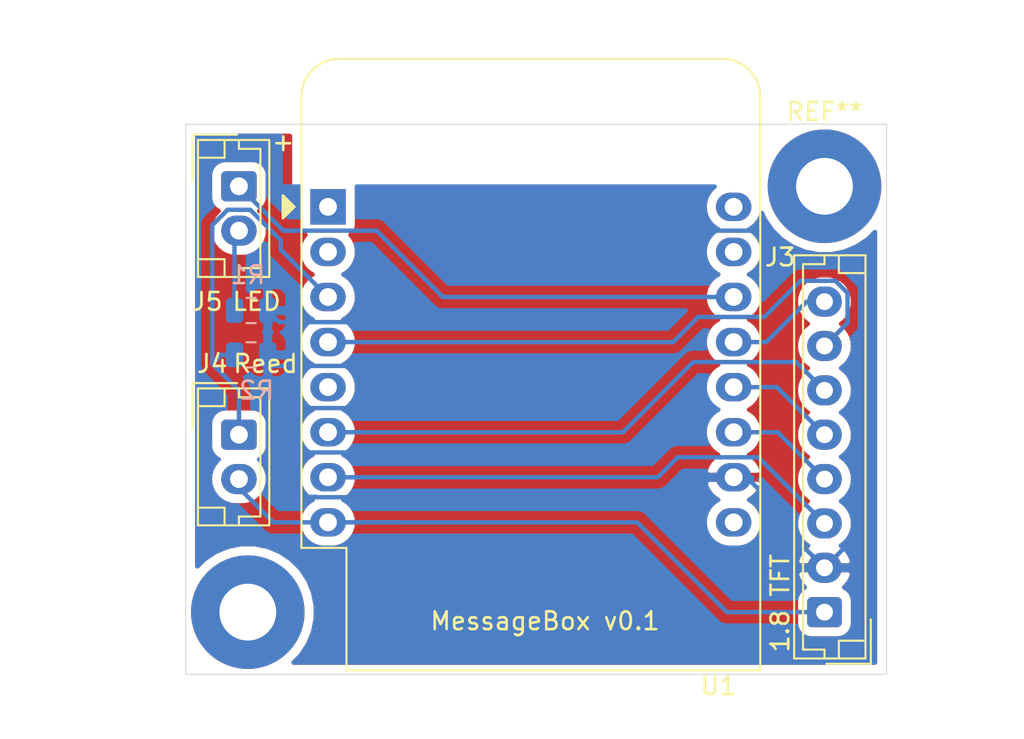
<source format=kicad_pcb>
(kicad_pcb (version 20171130) (host pcbnew 5.1.6)

  (general
    (thickness 1.6)
    (drawings 12)
    (tracks 78)
    (zones 0)
    (modules 8)
    (nets 18)
  )

  (page A4)
  (layers
    (0 F.Cu signal)
    (31 B.Cu signal hide)
    (32 B.Adhes user)
    (33 F.Adhes user)
    (34 B.Paste user)
    (35 F.Paste user)
    (36 B.SilkS user)
    (37 F.SilkS user)
    (38 B.Mask user)
    (39 F.Mask user)
    (40 Dwgs.User user)
    (41 Cmts.User user)
    (42 Eco1.User user)
    (43 Eco2.User user)
    (44 Edge.Cuts user)
    (45 Margin user)
    (46 B.CrtYd user)
    (47 F.CrtYd user)
    (48 B.Fab user)
    (49 F.Fab user)
  )

  (setup
    (last_trace_width 0.25)
    (trace_clearance 0.2)
    (zone_clearance 0.508)
    (zone_45_only no)
    (trace_min 0.2)
    (via_size 0.8)
    (via_drill 0.4)
    (via_min_size 0.4)
    (via_min_drill 0.3)
    (uvia_size 0.3)
    (uvia_drill 0.1)
    (uvias_allowed no)
    (uvia_min_size 0.2)
    (uvia_min_drill 0.1)
    (edge_width 0.05)
    (segment_width 0.2)
    (pcb_text_width 0.3)
    (pcb_text_size 1.5 1.5)
    (mod_edge_width 0.12)
    (mod_text_size 1 1)
    (mod_text_width 0.15)
    (pad_size 1.524 1.524)
    (pad_drill 0.762)
    (pad_to_mask_clearance 0.05)
    (aux_axis_origin 152 69)
    (grid_origin 152 69)
    (visible_elements FFFFFF7F)
    (pcbplotparams
      (layerselection 0x00020_7ffffffe)
      (usegerberextensions false)
      (usegerberattributes true)
      (usegerberadvancedattributes true)
      (creategerberjobfile true)
      (excludeedgelayer true)
      (linewidth 0.100000)
      (plotframeref false)
      (viasonmask false)
      (mode 1)
      (useauxorigin false)
      (hpglpennumber 1)
      (hpglpenspeed 20)
      (hpglpendiameter 15.000000)
      (psnegative false)
      (psa4output false)
      (plotreference false)
      (plotvalue false)
      (plotinvisibletext false)
      (padsonsilk false)
      (subtractmaskfromsilk false)
      (outputformat 5)
      (mirror false)
      (drillshape 2)
      (scaleselection 1)
      (outputdirectory "Gerber/"))
  )

  (net 0 "")
  (net 1 +3V3)
  (net 2 GND)
  (net 3 "Net-(J5-Pad2)")
  (net 4 "Net-(J3-Pad8)")
  (net 5 "Net-(J3-Pad7)")
  (net 6 "Net-(J3-Pad6)")
  (net 7 "Net-(J3-Pad5)")
  (net 8 "Net-(J3-Pad4)")
  (net 9 "Net-(J3-Pad3)")
  (net 10 "Net-(J4-Pad1)")
  (net 11 "Net-(J5-Pad1)")
  (net 12 "Net-(U1-Pad16)")
  (net 13 "Net-(U1-Pad15)")
  (net 14 "Net-(U1-Pad9)")
  (net 15 "Net-(U1-Pad1)")
  (net 16 "Net-(U1-Pad2)")
  (net 17 "Net-(U1-Pad5)")

  (net_class Default "This is the default net class."
    (clearance 0.2)
    (trace_width 0.25)
    (via_dia 0.8)
    (via_drill 0.4)
    (uvia_dia 0.3)
    (uvia_drill 0.1)
    (add_net +3V3)
    (add_net GND)
    (add_net "Net-(J3-Pad3)")
    (add_net "Net-(J3-Pad4)")
    (add_net "Net-(J3-Pad5)")
    (add_net "Net-(J3-Pad6)")
    (add_net "Net-(J3-Pad7)")
    (add_net "Net-(J3-Pad8)")
    (add_net "Net-(J4-Pad1)")
    (add_net "Net-(J5-Pad1)")
    (add_net "Net-(J5-Pad2)")
    (add_net "Net-(U1-Pad1)")
    (add_net "Net-(U1-Pad15)")
    (add_net "Net-(U1-Pad16)")
    (add_net "Net-(U1-Pad2)")
    (add_net "Net-(U1-Pad5)")
    (add_net "Net-(U1-Pad9)")
  )

  (module MountingHole:MountingHole_3.2mm_M3_Pad (layer F.Cu) (tedit 56D1B4CB) (tstamp 5F2FA78F)
    (at 188 72.5)
    (descr "Mounting Hole 3.2mm, M3")
    (tags "mounting hole 3.2mm m3")
    (attr virtual)
    (fp_text reference REF** (at 0 -4.2) (layer F.SilkS)
      (effects (font (size 1 1) (thickness 0.15)))
    )
    (fp_text value MountingHole_3.2mm_M3_Pad (at 0 4.2) (layer F.Fab)
      (effects (font (size 1 1) (thickness 0.15)))
    )
    (fp_text user %R (at 0.3 0) (layer F.Fab)
      (effects (font (size 1 1) (thickness 0.15)))
    )
    (fp_circle (center 0 0) (end 3.2 0) (layer Cmts.User) (width 0.15))
    (fp_circle (center 0 0) (end 3.45 0) (layer F.CrtYd) (width 0.05))
    (pad 1 thru_hole circle (at 0 0) (size 6.4 6.4) (drill 3.2) (layers *.Cu *.Mask))
  )

  (module Module:WEMOS_D1_mini_light (layer F.Cu) (tedit 5BBFB1CE) (tstamp 5F2832F7)
    (at 160.02 73.66)
    (descr "16-pin module, column spacing 22.86 mm (900 mils), https://wiki.wemos.cc/products:d1:d1_mini, https://c1.staticflickr.com/1/734/31400410271_f278b087db_z.jpg")
    (tags "ESP8266 WiFi microcontroller")
    (path /5F2911C1)
    (fp_text reference U1 (at 22 27) (layer F.SilkS)
      (effects (font (size 1 1) (thickness 0.15)))
    )
    (fp_text value WeMos_D1_mini (at 11.7 0) (layer F.Fab)
      (effects (font (size 1 1) (thickness 0.15)))
    )
    (fp_line (start 1.04 19.22) (end 1.04 26.12) (layer F.SilkS) (width 0.12))
    (fp_line (start -1.5 19.22) (end 1.04 19.22) (layer F.SilkS) (width 0.12))
    (fp_line (start -0.37 0) (end -1.37 -1) (layer F.Fab) (width 0.1))
    (fp_line (start -1.37 1) (end -0.37 0) (layer F.Fab) (width 0.1))
    (fp_line (start -1.37 -6.21) (end -1.37 -1) (layer F.Fab) (width 0.1))
    (fp_line (start 1.17 19.09) (end 1.17 25.99) (layer F.Fab) (width 0.1))
    (fp_line (start -1.37 19.09) (end 1.17 19.09) (layer F.Fab) (width 0.1))
    (fp_line (start -1.35 -7.4) (end -0.55 -8.2) (layer Dwgs.User) (width 0.1))
    (fp_line (start -1.3 -5.45) (end 1.45 -8.2) (layer Dwgs.User) (width 0.1))
    (fp_line (start -1.35 -3.4) (end 3.45 -8.2) (layer Dwgs.User) (width 0.1))
    (fp_line (start 22.65 -1.4) (end 24.25 -3) (layer Dwgs.User) (width 0.1))
    (fp_line (start 20.65 -1.4) (end 24.25 -5) (layer Dwgs.User) (width 0.1))
    (fp_line (start 18.65 -1.4) (end 24.25 -7) (layer Dwgs.User) (width 0.1))
    (fp_line (start 16.65 -1.4) (end 23.45 -8.2) (layer Dwgs.User) (width 0.1))
    (fp_line (start 14.65 -1.4) (end 21.45 -8.2) (layer Dwgs.User) (width 0.1))
    (fp_line (start 12.65 -1.4) (end 19.45 -8.2) (layer Dwgs.User) (width 0.1))
    (fp_line (start 10.65 -1.4) (end 17.45 -8.2) (layer Dwgs.User) (width 0.1))
    (fp_line (start 8.65 -1.4) (end 15.45 -8.2) (layer Dwgs.User) (width 0.1))
    (fp_line (start 6.65 -1.4) (end 13.45 -8.2) (layer Dwgs.User) (width 0.1))
    (fp_line (start 4.65 -1.4) (end 11.45 -8.2) (layer Dwgs.User) (width 0.1))
    (fp_line (start 2.65 -1.4) (end 9.45 -8.2) (layer Dwgs.User) (width 0.1))
    (fp_line (start 0.65 -1.4) (end 7.45 -8.2) (layer Dwgs.User) (width 0.1))
    (fp_line (start -1.35 -1.4) (end 5.45 -8.2) (layer Dwgs.User) (width 0.1))
    (fp_line (start -1.35 -8.2) (end -1.35 -1.4) (layer Dwgs.User) (width 0.1))
    (fp_line (start 24.25 -8.2) (end -1.35 -8.2) (layer Dwgs.User) (width 0.1))
    (fp_line (start 24.25 -1.4) (end 24.25 -8.2) (layer Dwgs.User) (width 0.1))
    (fp_line (start -1.35 -1.4) (end 24.25 -1.4) (layer Dwgs.User) (width 0.1))
    (fp_poly (pts (xy -2.54 -0.635) (xy -2.54 0.635) (xy -1.905 0)) (layer F.SilkS) (width 0.15))
    (fp_line (start -1.62 26.24) (end -1.62 -8.46) (layer F.CrtYd) (width 0.05))
    (fp_line (start 24.48 26.24) (end -1.62 26.24) (layer F.CrtYd) (width 0.05))
    (fp_line (start 24.48 -8.41) (end 24.48 26.24) (layer F.CrtYd) (width 0.05))
    (fp_line (start -1.62 -8.46) (end 24.48 -8.46) (layer F.CrtYd) (width 0.05))
    (fp_line (start -1.37 1) (end -1.37 19.09) (layer F.Fab) (width 0.1))
    (fp_line (start 22.23 -8.21) (end 0.63 -8.21) (layer F.Fab) (width 0.1))
    (fp_line (start 24.23 25.99) (end 24.23 -6.21) (layer F.Fab) (width 0.1))
    (fp_line (start 1.17 25.99) (end 24.23 25.99) (layer F.Fab) (width 0.1))
    (fp_line (start 22.24 -8.34) (end 0.63 -8.34) (layer F.SilkS) (width 0.12))
    (fp_line (start 24.36 26.12) (end 24.36 -6.21) (layer F.SilkS) (width 0.12))
    (fp_line (start -1.5 19.22) (end -1.5 -6.21) (layer F.SilkS) (width 0.12))
    (fp_line (start 1.04 26.12) (end 24.36 26.12) (layer F.SilkS) (width 0.12))
    (fp_text user "No copper" (at 11.43 -3.81) (layer Cmts.User)
      (effects (font (size 1 1) (thickness 0.15)))
    )
    (fp_text user "KEEP OUT" (at 11.43 -6.35) (layer Cmts.User)
      (effects (font (size 1 1) (thickness 0.15)))
    )
    (fp_arc (start 22.23 -6.21) (end 24.36 -6.21) (angle -90) (layer F.SilkS) (width 0.12))
    (fp_arc (start 0.63 -6.21) (end 0.63 -8.34) (angle -90) (layer F.SilkS) (width 0.12))
    (fp_arc (start 22.23 -6.21) (end 24.23 -6.19) (angle -90) (layer F.Fab) (width 0.1))
    (fp_arc (start 0.63 -6.21) (end 0.63 -8.21) (angle -90) (layer F.Fab) (width 0.1))
    (fp_text user %R (at 11.43 10) (layer F.Fab)
      (effects (font (size 1 1) (thickness 0.15)))
    )
    (pad 16 thru_hole oval (at 22.86 0) (size 2 1.6) (drill 1) (layers *.Cu *.Mask)
      (net 12 "Net-(U1-Pad16)"))
    (pad 15 thru_hole oval (at 22.86 2.54) (size 2 1.6) (drill 1) (layers *.Cu *.Mask)
      (net 13 "Net-(U1-Pad15)"))
    (pad 14 thru_hole oval (at 22.86 5.08) (size 2 1.6) (drill 1) (layers *.Cu *.Mask)
      (net 11 "Net-(J5-Pad1)"))
    (pad 13 thru_hole oval (at 22.86 7.62) (size 2 1.6) (drill 1) (layers *.Cu *.Mask)
      (net 4 "Net-(J3-Pad8)"))
    (pad 12 thru_hole oval (at 22.86 10.16) (size 2 1.6) (drill 1) (layers *.Cu *.Mask)
      (net 7 "Net-(J3-Pad5)"))
    (pad 11 thru_hole oval (at 22.86 12.7) (size 2 1.6) (drill 1) (layers *.Cu *.Mask)
      (net 8 "Net-(J3-Pad4)"))
    (pad 10 thru_hole oval (at 22.86 15.24) (size 2 1.6) (drill 1) (layers *.Cu *.Mask)
      (net 2 GND))
    (pad 9 thru_hole oval (at 22.86 17.78) (size 2 1.6) (drill 1) (layers *.Cu *.Mask)
      (net 14 "Net-(U1-Pad9)"))
    (pad 8 thru_hole oval (at 0 17.78) (size 2 1.6) (drill 1) (layers *.Cu *.Mask)
      (net 1 +3V3))
    (pad 7 thru_hole oval (at 0 15.24) (size 2 1.6) (drill 1) (layers *.Cu *.Mask)
      (net 9 "Net-(J3-Pad3)"))
    (pad 6 thru_hole oval (at 0 12.7) (size 2 1.6) (drill 1) (layers *.Cu *.Mask)
      (net 6 "Net-(J3-Pad6)"))
    (pad 5 thru_hole oval (at 0 10.16) (size 2 1.6) (drill 1) (layers *.Cu *.Mask)
      (net 17 "Net-(U1-Pad5)"))
    (pad 4 thru_hole oval (at 0 7.62) (size 2 1.6) (drill 1) (layers *.Cu *.Mask)
      (net 5 "Net-(J3-Pad7)"))
    (pad 3 thru_hole oval (at 0 5.08) (size 2 1.6) (drill 1) (layers *.Cu *.Mask)
      (net 10 "Net-(J4-Pad1)"))
    (pad 1 thru_hole rect (at 0 0) (size 2 2) (drill 1) (layers *.Cu *.Mask)
      (net 15 "Net-(U1-Pad1)"))
    (pad 2 thru_hole oval (at 0 2.54) (size 2 1.6) (drill 1) (layers *.Cu *.Mask)
      (net 16 "Net-(U1-Pad2)"))
    (model ${KISYS3DMOD}/Module.3dshapes/WEMOS_D1_mini_light.wrl
      (at (xyz 0 0 0))
      (scale (xyz 1 1 1))
      (rotate (xyz 0 0 0))
    )
    (model ${KISYS3DMOD}/Connector_PinHeader_2.54mm.3dshapes/PinHeader_1x08_P2.54mm_Vertical.wrl
      (offset (xyz 0 0 9.5))
      (scale (xyz 1 1 1))
      (rotate (xyz 0 -180 0))
    )
    (model ${KISYS3DMOD}/Connector_PinHeader_2.54mm.3dshapes/PinHeader_1x08_P2.54mm_Vertical.wrl
      (offset (xyz 22.86 0 9.5))
      (scale (xyz 1 1 1))
      (rotate (xyz 0 -180 0))
    )
    (model ${KISYS3DMOD}/Connector_PinSocket_2.54mm.3dshapes/PinSocket_1x08_P2.54mm_Vertical.wrl
      (at (xyz 0 0 0))
      (scale (xyz 1 1 1))
      (rotate (xyz 0 0 0))
    )
    (model ${KISYS3DMOD}/Connector_PinSocket_2.54mm.3dshapes/PinSocket_1x08_P2.54mm_Vertical.wrl
      (offset (xyz 22.86 0 0))
      (scale (xyz 1 1 1))
      (rotate (xyz 0 0 0))
    )
  )

  (module Connector_JST:JST_EH_B2B-EH-A_1x02_P2.50mm_Vertical (layer F.Cu) (tedit 5C28142C) (tstamp 5F2FA2D4)
    (at 155 86.5 270)
    (descr "JST EH series connector, B2B-EH-A (http://www.jst-mfg.com/product/pdf/eng/eEH.pdf), generated with kicad-footprint-generator")
    (tags "connector JST EH vertical")
    (path /5F256897)
    (fp_text reference J4 (at -4 1.5 180) (layer F.SilkS)
      (effects (font (size 1 1) (thickness 0.15)))
    )
    (fp_text value Reed (at -4 -1.5 180) (layer F.SilkS)
      (effects (font (size 1 1) (thickness 0.15)))
    )
    (fp_line (start -2.91 2.61) (end -0.41 2.61) (layer F.Fab) (width 0.1))
    (fp_line (start -2.91 0.11) (end -2.91 2.61) (layer F.Fab) (width 0.1))
    (fp_line (start -2.91 2.61) (end -0.41 2.61) (layer F.SilkS) (width 0.12))
    (fp_line (start -2.91 0.11) (end -2.91 2.61) (layer F.SilkS) (width 0.12))
    (fp_line (start 4.11 0.81) (end 4.11 2.31) (layer F.SilkS) (width 0.12))
    (fp_line (start 5.11 0.81) (end 4.11 0.81) (layer F.SilkS) (width 0.12))
    (fp_line (start -1.61 0.81) (end -1.61 2.31) (layer F.SilkS) (width 0.12))
    (fp_line (start -2.61 0.81) (end -1.61 0.81) (layer F.SilkS) (width 0.12))
    (fp_line (start 4.61 0) (end 5.11 0) (layer F.SilkS) (width 0.12))
    (fp_line (start 4.61 -1.21) (end 4.61 0) (layer F.SilkS) (width 0.12))
    (fp_line (start -2.11 -1.21) (end 4.61 -1.21) (layer F.SilkS) (width 0.12))
    (fp_line (start -2.11 0) (end -2.11 -1.21) (layer F.SilkS) (width 0.12))
    (fp_line (start -2.61 0) (end -2.11 0) (layer F.SilkS) (width 0.12))
    (fp_line (start 5.11 -1.71) (end -2.61 -1.71) (layer F.SilkS) (width 0.12))
    (fp_line (start 5.11 2.31) (end 5.11 -1.71) (layer F.SilkS) (width 0.12))
    (fp_line (start -2.61 2.31) (end 5.11 2.31) (layer F.SilkS) (width 0.12))
    (fp_line (start -2.61 -1.71) (end -2.61 2.31) (layer F.SilkS) (width 0.12))
    (fp_line (start 5.5 -2.1) (end -3 -2.1) (layer F.CrtYd) (width 0.05))
    (fp_line (start 5.5 2.7) (end 5.5 -2.1) (layer F.CrtYd) (width 0.05))
    (fp_line (start -3 2.7) (end 5.5 2.7) (layer F.CrtYd) (width 0.05))
    (fp_line (start -3 -2.1) (end -3 2.7) (layer F.CrtYd) (width 0.05))
    (fp_line (start 5 -1.6) (end -2.5 -1.6) (layer F.Fab) (width 0.1))
    (fp_line (start 5 2.2) (end 5 -1.6) (layer F.Fab) (width 0.1))
    (fp_line (start -2.5 2.2) (end 5 2.2) (layer F.Fab) (width 0.1))
    (fp_line (start -2.5 -1.6) (end -2.5 2.2) (layer F.Fab) (width 0.1))
    (fp_text user %R (at 8.255 0 180) (layer F.Fab)
      (effects (font (size 1 1) (thickness 0.15)))
    )
    (pad 2 thru_hole oval (at 2.5 0 270) (size 1.7 2) (drill 1) (layers *.Cu *.Mask)
      (net 1 +3V3))
    (pad 1 thru_hole roundrect (at 0 0 270) (size 1.7 2) (drill 1) (layers *.Cu *.Mask) (roundrect_rratio 0.147059)
      (net 10 "Net-(J4-Pad1)"))
    (model ${KISYS3DMOD}/Connector_JST.3dshapes/JST_EH_B2B-EH-A_1x02_P2.50mm_Vertical.wrl
      (at (xyz 0 0 0))
      (scale (xyz 1 1 1))
      (rotate (xyz 0 0 0))
    )
  )

  (module MountingHole:MountingHole_3.2mm_M3_Pad (layer F.Cu) (tedit 56D1B4CB) (tstamp 5F2FA5CC)
    (at 155.5 96.5)
    (descr "Mounting Hole 3.2mm, M3")
    (tags "mounting hole 3.2mm m3")
    (attr virtual)
    (fp_text reference "" (at 1 -12) (layer F.SilkS) hide
      (effects (font (size 1 1) (thickness 0.15)))
    )
    (fp_text value MountingHole_3.2mm_M3_Pad (at 0 4.2) (layer F.Fab)
      (effects (font (size 1 1) (thickness 0.15)))
    )
    (fp_text user %R (at 0.3 0) (layer F.Fab)
      (effects (font (size 1 1) (thickness 0.15)))
    )
    (fp_circle (center 0 0) (end 3.2 0) (layer Cmts.User) (width 0.15))
    (fp_circle (center 0 0) (end 3.45 0) (layer F.CrtYd) (width 0.05))
    (pad 1 thru_hole circle (at 0 0) (size 6.4 6.4) (drill 3.2) (layers *.Cu *.Mask))
  )

  (module Connector_JST:JST_EH_B2B-EH-A_1x02_P2.50mm_Vertical (layer F.Cu) (tedit 5C28142C) (tstamp 5F283247)
    (at 155 72.5 270)
    (descr "JST EH series connector, B2B-EH-A (http://www.jst-mfg.com/product/pdf/eng/eEH.pdf), generated with kicad-footprint-generator")
    (tags "connector JST EH vertical")
    (path /5F256D29)
    (fp_text reference J5 (at 6.5 1.778 180) (layer F.SilkS)
      (effects (font (size 1 1) (thickness 0.15)))
    )
    (fp_text value LED (at -4.445 1.27 180) (layer F.Fab)
      (effects (font (size 1 1) (thickness 0.15)))
    )
    (fp_text user %R (at -4.445 -1.27 180) (layer F.Fab)
      (effects (font (size 1 1) (thickness 0.15)))
    )
    (fp_line (start -2.5 -1.6) (end -2.5 2.2) (layer F.Fab) (width 0.1))
    (fp_line (start -2.5 2.2) (end 5 2.2) (layer F.Fab) (width 0.1))
    (fp_line (start 5 2.2) (end 5 -1.6) (layer F.Fab) (width 0.1))
    (fp_line (start 5 -1.6) (end -2.5 -1.6) (layer F.Fab) (width 0.1))
    (fp_line (start -3 -2.1) (end -3 2.7) (layer F.CrtYd) (width 0.05))
    (fp_line (start -3 2.7) (end 5.5 2.7) (layer F.CrtYd) (width 0.05))
    (fp_line (start 5.5 2.7) (end 5.5 -2.1) (layer F.CrtYd) (width 0.05))
    (fp_line (start 5.5 -2.1) (end -3 -2.1) (layer F.CrtYd) (width 0.05))
    (fp_line (start -2.61 -1.71) (end -2.61 2.31) (layer F.SilkS) (width 0.12))
    (fp_line (start -2.61 2.31) (end 5.11 2.31) (layer F.SilkS) (width 0.12))
    (fp_line (start 5.11 2.31) (end 5.11 -1.71) (layer F.SilkS) (width 0.12))
    (fp_line (start 5.11 -1.71) (end -2.61 -1.71) (layer F.SilkS) (width 0.12))
    (fp_line (start -2.61 0) (end -2.11 0) (layer F.SilkS) (width 0.12))
    (fp_line (start -2.11 0) (end -2.11 -1.21) (layer F.SilkS) (width 0.12))
    (fp_line (start -2.11 -1.21) (end 4.61 -1.21) (layer F.SilkS) (width 0.12))
    (fp_line (start 4.61 -1.21) (end 4.61 0) (layer F.SilkS) (width 0.12))
    (fp_line (start 4.61 0) (end 5.11 0) (layer F.SilkS) (width 0.12))
    (fp_line (start -2.61 0.81) (end -1.61 0.81) (layer F.SilkS) (width 0.12))
    (fp_line (start -1.61 0.81) (end -1.61 2.31) (layer F.SilkS) (width 0.12))
    (fp_line (start 5.11 0.81) (end 4.11 0.81) (layer F.SilkS) (width 0.12))
    (fp_line (start 4.11 0.81) (end 4.11 2.31) (layer F.SilkS) (width 0.12))
    (fp_line (start -2.91 0.11) (end -2.91 2.61) (layer F.SilkS) (width 0.12))
    (fp_line (start -2.91 2.61) (end -0.41 2.61) (layer F.SilkS) (width 0.12))
    (fp_line (start -2.91 0.11) (end -2.91 2.61) (layer F.Fab) (width 0.1))
    (fp_line (start -2.91 2.61) (end -0.41 2.61) (layer F.Fab) (width 0.1))
    (pad 1 thru_hole roundrect (at 0 0 270) (size 1.7 2) (drill 1) (layers *.Cu *.Mask) (roundrect_rratio 0.147059)
      (net 11 "Net-(J5-Pad1)"))
    (pad 2 thru_hole oval (at 2.5 0 270) (size 1.7 2) (drill 1) (layers *.Cu *.Mask)
      (net 3 "Net-(J5-Pad2)"))
    (model ${KISYS3DMOD}/Connector_JST.3dshapes/JST_EH_B2B-EH-A_1x02_P2.50mm_Vertical.wrl
      (at (xyz 0 0 0))
      (scale (xyz 1 1 1))
      (rotate (xyz 0 0 0))
    )
  )

  (module Resistor_SMD:R_0805_2012Metric (layer B.Cu) (tedit 5B36C52B) (tstamp 5F28316F)
    (at 155.6875 82 180)
    (descr "Resistor SMD 0805 (2012 Metric), square (rectangular) end terminal, IPC_7351 nominal, (Body size source: https://docs.google.com/spreadsheets/d/1BsfQQcO9C6DZCsRaXUlFlo91Tg2WpOkGARC1WS5S8t0/edit?usp=sharing), generated with kicad-footprint-generator")
    (tags resistor)
    (path /5F2741D8)
    (attr smd)
    (fp_text reference R2 (at -0.3125 -2) (layer B.SilkS)
      (effects (font (size 1 1) (thickness 0.15)) (justify mirror))
    )
    (fp_text value R_US (at 0 -1.65) (layer B.Fab) hide
      (effects (font (size 1 1) (thickness 0.15)) (justify mirror))
    )
    (fp_line (start 1.68 -0.95) (end -1.68 -0.95) (layer B.CrtYd) (width 0.05))
    (fp_line (start 1.68 0.95) (end 1.68 -0.95) (layer B.CrtYd) (width 0.05))
    (fp_line (start -1.68 0.95) (end 1.68 0.95) (layer B.CrtYd) (width 0.05))
    (fp_line (start -1.68 -0.95) (end -1.68 0.95) (layer B.CrtYd) (width 0.05))
    (fp_line (start -0.258578 -0.71) (end 0.258578 -0.71) (layer B.SilkS) (width 0.12))
    (fp_line (start -0.258578 0.71) (end 0.258578 0.71) (layer B.SilkS) (width 0.12))
    (fp_line (start 1 -0.6) (end -1 -0.6) (layer B.Fab) (width 0.1))
    (fp_line (start 1 0.6) (end 1 -0.6) (layer B.Fab) (width 0.1))
    (fp_line (start -1 0.6) (end 1 0.6) (layer B.Fab) (width 0.1))
    (fp_line (start -1 -0.6) (end -1 0.6) (layer B.Fab) (width 0.1))
    (fp_text user %R (at 0 0) (layer B.Fab)
      (effects (font (size 0.5 0.5) (thickness 0.08)) (justify mirror))
    )
    (pad 2 smd roundrect (at 0.9375 0 180) (size 0.975 1.4) (layers B.Cu B.Paste B.Mask) (roundrect_rratio 0.25)
      (net 10 "Net-(J4-Pad1)"))
    (pad 1 smd roundrect (at -0.9375 0 180) (size 0.975 1.4) (layers B.Cu B.Paste B.Mask) (roundrect_rratio 0.25)
      (net 2 GND))
    (model ${KISYS3DMOD}/Resistor_SMD.3dshapes/R_0805_2012Metric.wrl
      (at (xyz 0 0 0))
      (scale (xyz 1 1 1))
      (rotate (xyz 0 0 0))
    )
  )

  (module Resistor_SMD:R_0805_2012Metric (layer B.Cu) (tedit 5B36C52B) (tstamp 5F2833C4)
    (at 155.6875 79.5 180)
    (descr "Resistor SMD 0805 (2012 Metric), square (rectangular) end terminal, IPC_7351 nominal, (Body size source: https://docs.google.com/spreadsheets/d/1BsfQQcO9C6DZCsRaXUlFlo91Tg2WpOkGARC1WS5S8t0/edit?usp=sharing), generated with kicad-footprint-generator")
    (tags resistor)
    (path /5F27F1FE)
    (attr smd)
    (fp_text reference R1 (at 0.1875 2) (layer B.SilkS)
      (effects (font (size 1 1) (thickness 0.15)) (justify mirror))
    )
    (fp_text value R_US (at 0 -1.65) (layer B.Fab) hide
      (effects (font (size 1 1) (thickness 0.15)) (justify mirror))
    )
    (fp_line (start 1.68 -0.95) (end -1.68 -0.95) (layer B.CrtYd) (width 0.05))
    (fp_line (start 1.68 0.95) (end 1.68 -0.95) (layer B.CrtYd) (width 0.05))
    (fp_line (start -1.68 0.95) (end 1.68 0.95) (layer B.CrtYd) (width 0.05))
    (fp_line (start -1.68 -0.95) (end -1.68 0.95) (layer B.CrtYd) (width 0.05))
    (fp_line (start -0.258578 -0.71) (end 0.258578 -0.71) (layer B.SilkS) (width 0.12))
    (fp_line (start -0.258578 0.71) (end 0.258578 0.71) (layer B.SilkS) (width 0.12))
    (fp_line (start 1 -0.6) (end -1 -0.6) (layer B.Fab) (width 0.1))
    (fp_line (start 1 0.6) (end 1 -0.6) (layer B.Fab) (width 0.1))
    (fp_line (start -1 0.6) (end 1 0.6) (layer B.Fab) (width 0.1))
    (fp_line (start -1 -0.6) (end -1 0.6) (layer B.Fab) (width 0.1))
    (fp_text user %R (at 0 0) (layer B.Fab)
      (effects (font (size 0.5 0.5) (thickness 0.08)) (justify mirror))
    )
    (pad 2 smd roundrect (at 0.9375 0 180) (size 0.975 1.4) (layers B.Cu B.Paste B.Mask) (roundrect_rratio 0.25)
      (net 3 "Net-(J5-Pad2)"))
    (pad 1 smd roundrect (at -0.9375 0 180) (size 0.975 1.4) (layers B.Cu B.Paste B.Mask) (roundrect_rratio 0.25)
      (net 2 GND))
    (model ${KISYS3DMOD}/Resistor_SMD.3dshapes/R_0805_2012Metric.wrl
      (at (xyz 0 0 0))
      (scale (xyz 1 1 1))
      (rotate (xyz 0 0 0))
    )
  )

  (module Connector_JST:JST_EH_B8B-EH-A_1x08_P2.50mm_Vertical (layer F.Cu) (tedit 5C28142D) (tstamp 5F2F3499)
    (at 188 96.5 90)
    (descr "JST EH series connector, B8B-EH-A (http://www.jst-mfg.com/product/pdf/eng/eEH.pdf), generated with kicad-footprint-generator")
    (tags "connector JST EH vertical")
    (path /5F255A16)
    (fp_text reference J3 (at 20 -2.5 180) (layer F.SilkS)
      (effects (font (size 1 1) (thickness 0.15)))
    )
    (fp_text value "1.8 TFT" (at -4.485 -1.27 180) (layer F.Fab)
      (effects (font (size 1 1) (thickness 0.15)))
    )
    (fp_line (start -2.91 2.61) (end -0.41 2.61) (layer F.Fab) (width 0.1))
    (fp_line (start -2.91 0.11) (end -2.91 2.61) (layer F.Fab) (width 0.1))
    (fp_line (start -2.91 2.61) (end -0.41 2.61) (layer F.SilkS) (width 0.12))
    (fp_line (start -2.91 0.11) (end -2.91 2.61) (layer F.SilkS) (width 0.12))
    (fp_line (start 19.11 0.81) (end 19.11 2.31) (layer F.SilkS) (width 0.12))
    (fp_line (start 20.11 0.81) (end 19.11 0.81) (layer F.SilkS) (width 0.12))
    (fp_line (start -1.61 0.81) (end -1.61 2.31) (layer F.SilkS) (width 0.12))
    (fp_line (start -2.61 0.81) (end -1.61 0.81) (layer F.SilkS) (width 0.12))
    (fp_line (start 19.61 0) (end 20.11 0) (layer F.SilkS) (width 0.12))
    (fp_line (start 19.61 -1.21) (end 19.61 0) (layer F.SilkS) (width 0.12))
    (fp_line (start -2.11 -1.21) (end 19.61 -1.21) (layer F.SilkS) (width 0.12))
    (fp_line (start -2.11 0) (end -2.11 -1.21) (layer F.SilkS) (width 0.12))
    (fp_line (start -2.61 0) (end -2.11 0) (layer F.SilkS) (width 0.12))
    (fp_line (start 20.11 -1.71) (end -2.61 -1.71) (layer F.SilkS) (width 0.12))
    (fp_line (start 20.11 2.31) (end 20.11 -1.71) (layer F.SilkS) (width 0.12))
    (fp_line (start -2.61 2.31) (end 20.11 2.31) (layer F.SilkS) (width 0.12))
    (fp_line (start -2.61 -1.71) (end -2.61 2.31) (layer F.SilkS) (width 0.12))
    (fp_line (start 20.5 -2.1) (end -3 -2.1) (layer F.CrtYd) (width 0.05))
    (fp_line (start 20.5 2.7) (end 20.5 -2.1) (layer F.CrtYd) (width 0.05))
    (fp_line (start -3 2.7) (end 20.5 2.7) (layer F.CrtYd) (width 0.05))
    (fp_line (start -3 -2.1) (end -3 2.7) (layer F.CrtYd) (width 0.05))
    (fp_line (start 20 -1.6) (end -2.5 -1.6) (layer F.Fab) (width 0.1))
    (fp_line (start 20 2.2) (end 20 -1.6) (layer F.Fab) (width 0.1))
    (fp_line (start -2.5 2.2) (end 20 2.2) (layer F.Fab) (width 0.1))
    (fp_line (start -2.5 -1.6) (end -2.5 2.2) (layer F.Fab) (width 0.1))
    (fp_text user %R (at 8.75 1.5 90) (layer F.Fab)
      (effects (font (size 1 1) (thickness 0.15)))
    )
    (pad 8 thru_hole oval (at 17.5 0 90) (size 1.7 1.95) (drill 0.95) (layers *.Cu *.Mask)
      (net 4 "Net-(J3-Pad8)"))
    (pad 7 thru_hole oval (at 15 0 90) (size 1.7 1.95) (drill 0.95) (layers *.Cu *.Mask)
      (net 5 "Net-(J3-Pad7)"))
    (pad 6 thru_hole oval (at 12.5 0 90) (size 1.7 1.95) (drill 0.95) (layers *.Cu *.Mask)
      (net 6 "Net-(J3-Pad6)"))
    (pad 5 thru_hole oval (at 10 0 90) (size 1.7 1.95) (drill 0.95) (layers *.Cu *.Mask)
      (net 7 "Net-(J3-Pad5)"))
    (pad 4 thru_hole oval (at 7.5 0 90) (size 1.7 1.95) (drill 0.95) (layers *.Cu *.Mask)
      (net 8 "Net-(J3-Pad4)"))
    (pad 3 thru_hole oval (at 5 0 90) (size 1.7 1.95) (drill 0.95) (layers *.Cu *.Mask)
      (net 9 "Net-(J3-Pad3)"))
    (pad 2 thru_hole oval (at 2.5 0 90) (size 1.7 1.95) (drill 0.95) (layers *.Cu *.Mask)
      (net 2 GND))
    (pad 1 thru_hole roundrect (at 0 0 90) (size 1.7 1.95) (drill 0.95) (layers *.Cu *.Mask) (roundrect_rratio 0.147059)
      (net 1 +3V3))
    (model ${KISYS3DMOD}/Connector_JST.3dshapes/JST_EH_B8B-EH-A_1x08_P2.50mm_Vertical.wrl
      (at (xyz 0 0 0))
      (scale (xyz 1 1 1))
      (rotate (xyz 0 0 0))
    )
  )

  (dimension 3.5 (width 0.15) (layer Dwgs.User)
    (gr_text "3.500 mm" (at 195.3 70.75 90) (layer Dwgs.User)
      (effects (font (size 1 1) (thickness 0.15)))
    )
    (feature1 (pts (xy 188 69) (xy 194.586421 69)))
    (feature2 (pts (xy 188 72.5) (xy 194.586421 72.5)))
    (crossbar (pts (xy 194 72.5) (xy 194 69)))
    (arrow1a (pts (xy 194 69) (xy 194.586421 70.126504)))
    (arrow1b (pts (xy 194 69) (xy 193.413579 70.126504)))
    (arrow2a (pts (xy 194 72.5) (xy 194.586421 71.373496)))
    (arrow2b (pts (xy 194 72.5) (xy 193.413579 71.373496)))
  )
  (dimension 3.5 (width 0.15) (layer Dwgs.User)
    (gr_text "3.500 mm" (at 153.75 104.3) (layer Dwgs.User)
      (effects (font (size 1 1) (thickness 0.15)))
    )
    (feature1 (pts (xy 152 96.5) (xy 152 103.586421)))
    (feature2 (pts (xy 155.5 96.5) (xy 155.5 103.586421)))
    (crossbar (pts (xy 155.5 103) (xy 152 103)))
    (arrow1a (pts (xy 152 103) (xy 153.126504 102.413579)))
    (arrow1b (pts (xy 152 103) (xy 153.126504 103.586421)))
    (arrow2a (pts (xy 155.5 103) (xy 154.373496 102.413579)))
    (arrow2b (pts (xy 155.5 103) (xy 154.373496 103.586421)))
  )
  (dimension 39.5 (width 0.15) (layer Dwgs.User)
    (gr_text "39.500 mm" (at 171.75 62.7) (layer Dwgs.User)
      (effects (font (size 1 1) (thickness 0.15)))
    )
    (feature1 (pts (xy 191.5 69) (xy 191.5 63.413579)))
    (feature2 (pts (xy 152 69) (xy 152 63.413579)))
    (crossbar (pts (xy 152 64) (xy 191.5 64)))
    (arrow1a (pts (xy 191.5 64) (xy 190.373496 64.586421)))
    (arrow1b (pts (xy 191.5 64) (xy 190.373496 63.413579)))
    (arrow2a (pts (xy 152 64) (xy 153.126504 64.586421)))
    (arrow2b (pts (xy 152 64) (xy 153.126504 63.413579)))
  )
  (dimension 31 (width 0.15) (layer Dwgs.User)
    (gr_text "31.000 mm" (at 145.2 84.5 270) (layer Dwgs.User)
      (effects (font (size 1 1) (thickness 0.15)))
    )
    (feature1 (pts (xy 152 100) (xy 145.913579 100)))
    (feature2 (pts (xy 152 69) (xy 145.913579 69)))
    (crossbar (pts (xy 146.5 69) (xy 146.5 100)))
    (arrow1a (pts (xy 146.5 100) (xy 145.913579 98.873496)))
    (arrow1b (pts (xy 146.5 100) (xy 147.086421 98.873496)))
    (arrow2a (pts (xy 146.5 69) (xy 145.913579 70.126504)))
    (arrow2b (pts (xy 146.5 69) (xy 147.086421 70.126504)))
  )
  (gr_text "1.8 TFT" (at 185.5 96 90) (layer F.SilkS) (tstamp 5F283424)
    (effects (font (size 1 1) (thickness 0.15)))
  )
  (gr_text + (at 157.5 70) (layer F.SilkS) (tstamp 5F28341E)
    (effects (font (size 1 1) (thickness 0.15)))
  )
  (gr_text LED (at 156 79) (layer F.SilkS) (tstamp 5F2831B4)
    (effects (font (size 1 1) (thickness 0.15)))
  )
  (gr_text "MessageBox v0.1" (at 172.25 97) (layer F.SilkS) (tstamp 5F2831AE)
    (effects (font (size 1 1) (thickness 0.15)))
  )
  (gr_line (start 152 69) (end 152 100) (layer Edge.Cuts) (width 0.05) (tstamp 5F283412))
  (gr_line (start 191.5 69) (end 152 69) (layer Edge.Cuts) (width 0.05) (tstamp 5F283418))
  (gr_line (start 191.5 100) (end 191.5 69) (layer Edge.Cuts) (width 0.05) (tstamp 5F2831AB))
  (gr_line (start 152 100) (end 191.5 100) (layer Edge.Cuts) (width 0.05) (tstamp 5F2831A8))

  (segment (start 159.98 91.4) (end 160.02 91.44) (width 0.25) (layer B.Cu) (net 1) (tstamp 5F283391))
  (segment (start 160.02 91.44) (end 163.94 91.44) (width 0.25) (layer B.Cu) (net 1))
  (segment (start 159.58 91) (end 160.02 91.44) (width 0.25) (layer B.Cu) (net 1))
  (segment (start 155 89) (end 155 89.5) (width 0.25) (layer B.Cu) (net 1))
  (segment (start 156.94 91.44) (end 160.02 91.44) (width 0.25) (layer B.Cu) (net 1))
  (segment (start 155 89.5) (end 156.94 91.44) (width 0.25) (layer B.Cu) (net 1))
  (segment (start 156.625 82.625) (end 161.875 82.625) (width 0.25) (layer B.Cu) (net 2))
  (segment (start 156.625 85) (end 162 85) (width 0.25) (layer B.Cu) (net 2))
  (segment (start 188.286715 75) (end 187.536715 75) (width 0.25) (layer B.Cu) (net 0))
  (segment (start 182.5 96.5) (end 188 96.5) (width 0.25) (layer B.Cu) (net 1))
  (segment (start 177.44 91.44) (end 182.5 96.5) (width 0.25) (layer B.Cu) (net 1))
  (segment (start 160.02 91.44) (end 177.44 91.44) (width 0.25) (layer B.Cu) (net 1))
  (segment (start 157.27999 80.15499) (end 156.625 79.5) (width 0.25) (layer B.Cu) (net 2))
  (segment (start 162.84501 80.15499) (end 157.27999 80.15499) (width 0.25) (layer B.Cu) (net 2))
  (segment (start 156.625 79.5) (end 156.625 82) (width 0.25) (layer B.Cu) (net 2))
  (segment (start 156.625 82) (end 156.625 85) (width 0.25) (layer B.Cu) (net 2))
  (segment (start 156.625 85) (end 156.625 86.125) (width 0.25) (layer B.Cu) (net 2))
  (segment (start 156.625 86.125) (end 158 87.5) (width 0.25) (layer B.Cu) (net 2))
  (segment (start 158 87.5) (end 162 87.5) (width 0.25) (layer B.Cu) (net 2))
  (segment (start 158 87.5) (end 158 89.5) (width 0.25) (layer B.Cu) (net 2))
  (segment (start 158 89.5) (end 158.5 90) (width 0.25) (layer B.Cu) (net 2))
  (segment (start 159.354006 90.02501) (end 161.97499 90.02501) (width 0.25) (layer B.Cu) (net 2))
  (segment (start 159.328996 90) (end 159.354006 90.02501) (width 0.25) (layer B.Cu) (net 2))
  (segment (start 158.5 90) (end 159.328996 90) (width 0.25) (layer B.Cu) (net 2))
  (segment (start 182.88 88.9) (end 183.9 88.9) (width 0.25) (layer B.Cu) (net 2))
  (segment (start 183.9 89.186715) (end 185.5 90.786715) (width 0.25) (layer B.Cu) (net 2))
  (segment (start 183.9 88.9) (end 183.9 89.186715) (width 0.25) (layer B.Cu) (net 2))
  (segment (start 185.5 91.5) (end 188 94) (width 0.25) (layer B.Cu) (net 2))
  (segment (start 185.5 90.786715) (end 185.5 91.5) (width 0.25) (layer B.Cu) (net 2))
  (segment (start 185 75) (end 180.5 75) (width 0.25) (layer B.Cu) (net 2))
  (segment (start 190 92) (end 188 94) (width 0.25) (layer B.Cu) (net 2))
  (segment (start 190 77.5) (end 190 92) (width 0.25) (layer B.Cu) (net 2))
  (segment (start 189 76.5) (end 190 77.5) (width 0.25) (layer B.Cu) (net 2))
  (segment (start 186.025001 76.5) (end 189 76.5) (width 0.25) (layer B.Cu) (net 2))
  (segment (start 186.025001 76.5) (end 186.025001 76.025001) (width 0.25) (layer B.Cu) (net 2))
  (segment (start 186.025001 76.025001) (end 185 75) (width 0.25) (layer B.Cu) (net 2))
  (segment (start 154.75 75.25) (end 155 75) (width 0.25) (layer B.Cu) (net 3))
  (segment (start 154.75 79.5) (end 154.75 75.25) (width 0.25) (layer B.Cu) (net 3))
  (segment (start 187 79) (end 188 79) (width 0.25) (layer B.Cu) (net 4))
  (segment (start 184.72 81.28) (end 187 79) (width 0.25) (layer B.Cu) (net 4))
  (segment (start 182.88 81.28) (end 184.72 81.28) (width 0.25) (layer B.Cu) (net 4))
  (segment (start 189.30001 80.19999) (end 188 81.5) (width 0.25) (layer B.Cu) (net 5))
  (segment (start 186.65503 77.82499) (end 188.611705 77.82499) (width 0.25) (layer B.Cu) (net 5))
  (segment (start 189.30001 78.513295) (end 189.30001 80.19999) (width 0.25) (layer B.Cu) (net 5))
  (segment (start 188.611705 77.82499) (end 189.30001 78.513295) (width 0.25) (layer B.Cu) (net 5))
  (segment (start 180.88499 79.86501) (end 184.61501 79.86501) (width 0.25) (layer B.Cu) (net 5))
  (segment (start 179.47 81.28) (end 180.88499 79.86501) (width 0.25) (layer B.Cu) (net 5))
  (segment (start 184.61501 79.86501) (end 186.65503 77.82499) (width 0.25) (layer B.Cu) (net 5))
  (segment (start 160.02 81.28) (end 179.47 81.28) (width 0.25) (layer B.Cu) (net 5))
  (segment (start 176.64 86.36) (end 180.59499 82.40501) (width 0.25) (layer B.Cu) (net 6))
  (segment (start 160.02 86.36) (end 176.64 86.36) (width 0.25) (layer B.Cu) (net 6))
  (segment (start 186.40501 82.40501) (end 188 84) (width 0.25) (layer B.Cu) (net 6))
  (segment (start 180.59499 82.40501) (end 186.40501 82.40501) (width 0.25) (layer B.Cu) (net 6))
  (segment (start 182.88 83.82) (end 182.68 83.82) (width 0.25) (layer B.Cu) (net 7))
  (segment (start 185.32 83.82) (end 188 86.5) (width 0.25) (layer B.Cu) (net 7))
  (segment (start 182.88 83.82) (end 185.32 83.82) (width 0.25) (layer B.Cu) (net 7))
  (segment (start 185.36 86.36) (end 188 89) (width 0.25) (layer B.Cu) (net 8))
  (segment (start 182.88 86.36) (end 185.36 86.36) (width 0.25) (layer B.Cu) (net 8))
  (segment (start 159.385 88.9) (end 160.02 88.9) (width 0.25) (layer B.Cu) (net 9) (tstamp 5F2831C6))
  (segment (start 160.02 88.9) (end 178.6 88.9) (width 0.25) (layer B.Cu) (net 9))
  (segment (start 184.27499 87.77499) (end 188 91.5) (width 0.25) (layer B.Cu) (net 9))
  (segment (start 179.72501 87.77499) (end 184.27499 87.77499) (width 0.25) (layer B.Cu) (net 9))
  (segment (start 178.6 88.9) (end 179.72501 87.77499) (width 0.25) (layer B.Cu) (net 9))
  (segment (start 157.35499 76.07499) (end 160.02 78.74) (width 0.25) (layer B.Cu) (net 10))
  (segment (start 157.35499 75.543275) (end 157.35499 76.07499) (width 0.25) (layer B.Cu) (net 10))
  (segment (start 155.636705 73.82499) (end 157.35499 75.543275) (width 0.25) (layer B.Cu) (net 10))
  (segment (start 154.363295 73.82499) (end 155.636705 73.82499) (width 0.25) (layer B.Cu) (net 10))
  (segment (start 153.5 74.688285) (end 154.363295 73.82499) (width 0.25) (layer B.Cu) (net 10))
  (segment (start 153.5 82.5) (end 153.5 74.688285) (width 0.25) (layer B.Cu) (net 10))
  (segment (start 154.75 82) (end 154 82) (width 0.25) (layer B.Cu) (net 10))
  (segment (start 154 82) (end 153.5 82.5) (width 0.25) (layer B.Cu) (net 10))
  (segment (start 155 84) (end 153.5 82.5) (width 0.25) (layer B.Cu) (net 10))
  (segment (start 155 86.5) (end 155 84) (width 0.25) (layer B.Cu) (net 10))
  (segment (start 166.49 78.74) (end 182.88 78.74) (width 0.25) (layer B.Cu) (net 11))
  (segment (start 162.735001 74.985001) (end 166.49 78.74) (width 0.25) (layer B.Cu) (net 11))
  (segment (start 155 72.5) (end 157.5 75) (width 0.25) (layer B.Cu) (net 11))
  (segment (start 162.720002 75) (end 162.735001 74.985001) (width 0.25) (layer B.Cu) (net 11))
  (segment (start 157.5 75) (end 162.720002 75) (width 0.25) (layer B.Cu) (net 11))

  (zone (net 2) (net_name GND) (layer B.Cu) (tstamp 5F2FA851) (hatch edge 0.508)
    (connect_pads (clearance 0.508))
    (min_thickness 0.254)
    (fill yes (arc_segments 32) (thermal_gap 0.508) (thermal_bridge_width 0.508))
    (polygon
      (pts
        (xy 157.48 72.39) (xy 185 72.39) (xy 185 69.5) (xy 191 69.5) (xy 191 99.5)
        (xy 152.5 99.5) (xy 152.5 69.5) (xy 157.48 69.5)
      )
    )
    (filled_polygon
      (pts
        (xy 157.353 72.39) (xy 157.35544 72.414776) (xy 157.362667 72.438601) (xy 157.374403 72.460557) (xy 157.390197 72.479803)
        (xy 157.409443 72.495597) (xy 157.431399 72.507333) (xy 157.455224 72.51456) (xy 157.48 72.517) (xy 158.399805 72.517)
        (xy 158.394188 72.535518) (xy 158.381928 72.66) (xy 158.381928 74.24) (xy 157.814802 74.24) (xy 156.638072 73.063271)
        (xy 156.638072 71.9) (xy 156.621008 71.726746) (xy 156.570472 71.56015) (xy 156.488405 71.406614) (xy 156.377962 71.272038)
        (xy 156.243386 71.161595) (xy 156.08985 71.079528) (xy 155.923254 71.028992) (xy 155.75 71.011928) (xy 154.25 71.011928)
        (xy 154.076746 71.028992) (xy 153.91015 71.079528) (xy 153.756614 71.161595) (xy 153.622038 71.272038) (xy 153.511595 71.406614)
        (xy 153.429528 71.56015) (xy 153.378992 71.726746) (xy 153.361928 71.9) (xy 153.361928 73.1) (xy 153.378992 73.273254)
        (xy 153.429528 73.43985) (xy 153.511595 73.593386) (xy 153.515427 73.598056) (xy 152.988998 74.124486) (xy 152.96 74.148284)
        (xy 152.936202 74.177282) (xy 152.936201 74.177283) (xy 152.865026 74.264009) (xy 152.794454 74.396039) (xy 152.767068 74.486323)
        (xy 152.750998 74.539299) (xy 152.740001 74.650952) (xy 152.736324 74.688285) (xy 152.740001 74.725617) (xy 152.74 82.462678)
        (xy 152.736324 82.5) (xy 152.74 82.537322) (xy 152.74 82.537332) (xy 152.750997 82.648985) (xy 152.794454 82.792246)
        (xy 152.865026 82.924276) (xy 152.897227 82.963513) (xy 152.959999 83.040001) (xy 152.989003 83.063804) (xy 154.240001 84.314803)
        (xy 154.240001 85.012913) (xy 154.076746 85.028992) (xy 153.91015 85.079528) (xy 153.756614 85.161595) (xy 153.622038 85.272038)
        (xy 153.511595 85.406614) (xy 153.429528 85.56015) (xy 153.378992 85.726746) (xy 153.361928 85.9) (xy 153.361928 87.1)
        (xy 153.378992 87.273254) (xy 153.429528 87.43985) (xy 153.511595 87.593386) (xy 153.622038 87.727962) (xy 153.756614 87.838405)
        (xy 153.858337 87.892777) (xy 153.794866 87.944866) (xy 153.609294 88.170986) (xy 153.471401 88.428966) (xy 153.386487 88.708889)
        (xy 153.357815 89) (xy 153.386487 89.291111) (xy 153.471401 89.571034) (xy 153.609294 89.829014) (xy 153.794866 90.055134)
        (xy 154.020986 90.240706) (xy 154.278966 90.378599) (xy 154.558889 90.463513) (xy 154.77705 90.485) (xy 154.910199 90.485)
        (xy 156.3762 91.951002) (xy 156.399999 91.980001) (xy 156.515724 92.074974) (xy 156.647753 92.145546) (xy 156.791014 92.189003)
        (xy 156.902667 92.2) (xy 156.902676 92.2) (xy 156.939999 92.203676) (xy 156.977322 92.2) (xy 158.599099 92.2)
        (xy 158.621068 92.241101) (xy 158.800392 92.459608) (xy 159.018899 92.638932) (xy 159.268192 92.772182) (xy 159.538691 92.854236)
        (xy 159.749508 92.875) (xy 160.290492 92.875) (xy 160.501309 92.854236) (xy 160.771808 92.772182) (xy 161.021101 92.638932)
        (xy 161.239608 92.459608) (xy 161.418932 92.241101) (xy 161.440901 92.2) (xy 177.125199 92.2) (xy 181.936201 97.011003)
        (xy 181.959999 97.040001) (xy 181.988997 97.063799) (xy 182.075724 97.134974) (xy 182.207753 97.205546) (xy 182.351014 97.249003)
        (xy 182.5 97.263677) (xy 182.537333 97.26) (xy 186.402687 97.26) (xy 186.403992 97.273254) (xy 186.454528 97.43985)
        (xy 186.536595 97.593386) (xy 186.647038 97.727962) (xy 186.781614 97.838405) (xy 186.93515 97.920472) (xy 187.101746 97.971008)
        (xy 187.275 97.988072) (xy 188.725 97.988072) (xy 188.898254 97.971008) (xy 189.06485 97.920472) (xy 189.218386 97.838405)
        (xy 189.352962 97.727962) (xy 189.463405 97.593386) (xy 189.545472 97.43985) (xy 189.596008 97.273254) (xy 189.613072 97.1)
        (xy 189.613072 95.9) (xy 189.596008 95.726746) (xy 189.545472 95.56015) (xy 189.463405 95.406614) (xy 189.352962 95.272038)
        (xy 189.218386 95.161595) (xy 189.113039 95.105286) (xy 189.134429 95.089049) (xy 189.327496 94.871193) (xy 189.474352 94.619858)
        (xy 189.566476 94.35689) (xy 189.445155 94.127) (xy 188.127 94.127) (xy 188.127 94.147) (xy 187.873 94.147)
        (xy 187.873 94.127) (xy 186.554845 94.127) (xy 186.433524 94.35689) (xy 186.525648 94.619858) (xy 186.672504 94.871193)
        (xy 186.865571 95.089049) (xy 186.886961 95.105286) (xy 186.781614 95.161595) (xy 186.647038 95.272038) (xy 186.536595 95.406614)
        (xy 186.454528 95.56015) (xy 186.403992 95.726746) (xy 186.402687 95.74) (xy 182.814802 95.74) (xy 178.003804 90.929003)
        (xy 177.980001 90.899999) (xy 177.864276 90.805026) (xy 177.732247 90.734454) (xy 177.588986 90.690997) (xy 177.477333 90.68)
        (xy 177.477322 90.68) (xy 177.44 90.676324) (xy 177.402678 90.68) (xy 161.440901 90.68) (xy 161.418932 90.638899)
        (xy 161.239608 90.420392) (xy 161.021101 90.241068) (xy 160.888142 90.17) (xy 161.021101 90.098932) (xy 161.239608 89.919608)
        (xy 161.418932 89.701101) (xy 161.440901 89.66) (xy 178.562678 89.66) (xy 178.6 89.663676) (xy 178.637322 89.66)
        (xy 178.637333 89.66) (xy 178.748986 89.649003) (xy 178.892247 89.605546) (xy 179.024276 89.534974) (xy 179.140001 89.440001)
        (xy 179.163803 89.410998) (xy 180.039813 88.53499) (xy 181.290992 88.53499) (xy 181.288096 88.550961) (xy 181.410085 88.773)
        (xy 182.753 88.773) (xy 182.753 88.753) (xy 183.007 88.753) (xy 183.007 88.773) (xy 183.027 88.773)
        (xy 183.027 89.027) (xy 183.007 89.027) (xy 183.007 89.047) (xy 182.753 89.047) (xy 182.753 89.027)
        (xy 181.410085 89.027) (xy 181.288096 89.249039) (xy 181.298556 89.30673) (xy 181.404449 89.568421) (xy 181.559361 89.804425)
        (xy 181.757338 90.005673) (xy 181.990773 90.16443) (xy 182.008345 90.171878) (xy 181.878899 90.241068) (xy 181.660392 90.420392)
        (xy 181.481068 90.638899) (xy 181.347818 90.888192) (xy 181.265764 91.158691) (xy 181.238057 91.44) (xy 181.265764 91.721309)
        (xy 181.347818 91.991808) (xy 181.481068 92.241101) (xy 181.660392 92.459608) (xy 181.878899 92.638932) (xy 182.128192 92.772182)
        (xy 182.398691 92.854236) (xy 182.609508 92.875) (xy 183.150492 92.875) (xy 183.361309 92.854236) (xy 183.631808 92.772182)
        (xy 183.881101 92.638932) (xy 184.099608 92.459608) (xy 184.278932 92.241101) (xy 184.412182 91.991808) (xy 184.494236 91.721309)
        (xy 184.521943 91.44) (xy 184.494236 91.158691) (xy 184.412182 90.888192) (xy 184.278932 90.638899) (xy 184.099608 90.420392)
        (xy 183.881101 90.241068) (xy 183.751655 90.171878) (xy 183.769227 90.16443) (xy 184.002662 90.005673) (xy 184.200639 89.804425)
        (xy 184.355551 89.568421) (xy 184.461444 89.30673) (xy 184.471904 89.249039) (xy 184.349916 89.027002) (xy 184.452201 89.027002)
        (xy 186.463296 91.038098) (xy 186.411487 91.208889) (xy 186.382815 91.5) (xy 186.411487 91.791111) (xy 186.496401 92.071034)
        (xy 186.634294 92.329014) (xy 186.819866 92.555134) (xy 187.045986 92.740706) (xy 187.071722 92.754462) (xy 186.865571 92.910951)
        (xy 186.672504 93.128807) (xy 186.525648 93.380142) (xy 186.433524 93.64311) (xy 186.554845 93.873) (xy 187.873 93.873)
        (xy 187.873 93.853) (xy 188.127 93.853) (xy 188.127 93.873) (xy 189.445155 93.873) (xy 189.566476 93.64311)
        (xy 189.474352 93.380142) (xy 189.327496 93.128807) (xy 189.134429 92.910951) (xy 188.928278 92.754462) (xy 188.954014 92.740706)
        (xy 189.180134 92.555134) (xy 189.365706 92.329014) (xy 189.503599 92.071034) (xy 189.588513 91.791111) (xy 189.617185 91.5)
        (xy 189.588513 91.208889) (xy 189.503599 90.928966) (xy 189.365706 90.670986) (xy 189.180134 90.444866) (xy 188.954014 90.259294)
        (xy 188.936626 90.25) (xy 188.954014 90.240706) (xy 189.180134 90.055134) (xy 189.365706 89.829014) (xy 189.503599 89.571034)
        (xy 189.588513 89.291111) (xy 189.617185 89) (xy 189.588513 88.708889) (xy 189.503599 88.428966) (xy 189.365706 88.170986)
        (xy 189.180134 87.944866) (xy 188.954014 87.759294) (xy 188.936626 87.75) (xy 188.954014 87.740706) (xy 189.180134 87.555134)
        (xy 189.365706 87.329014) (xy 189.503599 87.071034) (xy 189.588513 86.791111) (xy 189.617185 86.5) (xy 189.588513 86.208889)
        (xy 189.503599 85.928966) (xy 189.365706 85.670986) (xy 189.180134 85.444866) (xy 188.954014 85.259294) (xy 188.936626 85.25)
        (xy 188.954014 85.240706) (xy 189.180134 85.055134) (xy 189.365706 84.829014) (xy 189.503599 84.571034) (xy 189.588513 84.291111)
        (xy 189.617185 84) (xy 189.588513 83.708889) (xy 189.503599 83.428966) (xy 189.365706 83.170986) (xy 189.180134 82.944866)
        (xy 188.954014 82.759294) (xy 188.936626 82.75) (xy 188.954014 82.740706) (xy 189.180134 82.555134) (xy 189.365706 82.329014)
        (xy 189.503599 82.071034) (xy 189.588513 81.791111) (xy 189.617185 81.5) (xy 189.588513 81.208889) (xy 189.536704 81.038098)
        (xy 189.811013 80.763789) (xy 189.840011 80.739991) (xy 189.934984 80.624266) (xy 190.005556 80.492237) (xy 190.049013 80.348976)
        (xy 190.06001 80.237323) (xy 190.06001 80.237315) (xy 190.063686 80.19999) (xy 190.06001 80.162665) (xy 190.06001 78.550617)
        (xy 190.063686 78.513294) (xy 190.06001 78.475971) (xy 190.06001 78.475962) (xy 190.049013 78.364309) (xy 190.005556 78.221048)
        (xy 189.934984 78.089019) (xy 189.840011 77.973294) (xy 189.811014 77.949497) (xy 189.175508 77.313992) (xy 189.151706 77.284989)
        (xy 189.035981 77.190016) (xy 188.903952 77.119444) (xy 188.760691 77.075987) (xy 188.649038 77.06499) (xy 188.649027 77.06499)
        (xy 188.611705 77.061314) (xy 188.574383 77.06499) (xy 186.692353 77.06499) (xy 186.65503 77.061314) (xy 186.617707 77.06499)
        (xy 186.617697 77.06499) (xy 186.506044 77.075987) (xy 186.362783 77.119444) (xy 186.230753 77.190016) (xy 186.147113 77.258658)
        (xy 186.115029 77.284989) (xy 186.091231 77.313987) (xy 184.50629 78.898929) (xy 184.521943 78.74) (xy 184.494236 78.458691)
        (xy 184.412182 78.188192) (xy 184.278932 77.938899) (xy 184.099608 77.720392) (xy 183.881101 77.541068) (xy 183.748142 77.47)
        (xy 183.881101 77.398932) (xy 184.099608 77.219608) (xy 184.278932 77.001101) (xy 184.412182 76.751808) (xy 184.494236 76.481309)
        (xy 184.521943 76.2) (xy 184.494236 75.918691) (xy 184.412182 75.648192) (xy 184.278932 75.398899) (xy 184.099608 75.180392)
        (xy 183.881101 75.001068) (xy 183.748142 74.93) (xy 183.881101 74.858932) (xy 184.099608 74.679608) (xy 184.278932 74.461101)
        (xy 184.412182 74.211808) (xy 184.47386 74.008482) (xy 184.601467 74.316554) (xy 185.021161 74.94467) (xy 185.55533 75.478839)
        (xy 186.183446 75.898533) (xy 186.881372 76.187623) (xy 187.622285 76.335) (xy 188.377715 76.335) (xy 189.118628 76.187623)
        (xy 189.816554 75.898533) (xy 190.44467 75.478839) (xy 190.840001 75.083508) (xy 190.84 99.34) (xy 158.083509 99.34)
        (xy 158.478839 98.94467) (xy 158.898533 98.316554) (xy 159.187623 97.618628) (xy 159.335 96.877715) (xy 159.335 96.122285)
        (xy 159.187623 95.381372) (xy 158.898533 94.683446) (xy 158.478839 94.05533) (xy 157.94467 93.521161) (xy 157.316554 93.101467)
        (xy 156.618628 92.812377) (xy 155.877715 92.665) (xy 155.122285 92.665) (xy 154.381372 92.812377) (xy 153.683446 93.101467)
        (xy 153.05533 93.521161) (xy 152.66 93.916491) (xy 152.66 69.66) (xy 157.353 69.66)
      )
    )
    (filled_polygon
      (pts
        (xy 156.59499 75.858077) (xy 156.59499 76.037668) (xy 156.591314 76.07499) (xy 156.59499 76.112312) (xy 156.59499 76.112323)
        (xy 156.605987 76.223976) (xy 156.649444 76.367237) (xy 156.674027 76.413226) (xy 156.720016 76.499266) (xy 156.791191 76.585992)
        (xy 156.81499 76.614991) (xy 156.843988 76.638789) (xy 158.465841 78.260642) (xy 158.405764 78.458691) (xy 158.378057 78.74)
        (xy 158.405764 79.021309) (xy 158.487818 79.291808) (xy 158.621068 79.541101) (xy 158.800392 79.759608) (xy 159.018899 79.938932)
        (xy 159.151858 80.01) (xy 159.018899 80.081068) (xy 158.800392 80.260392) (xy 158.621068 80.478899) (xy 158.487818 80.728192)
        (xy 158.405764 80.998691) (xy 158.378057 81.28) (xy 158.405764 81.561309) (xy 158.487818 81.831808) (xy 158.621068 82.081101)
        (xy 158.800392 82.299608) (xy 159.018899 82.478932) (xy 159.151858 82.55) (xy 159.018899 82.621068) (xy 158.800392 82.800392)
        (xy 158.621068 83.018899) (xy 158.487818 83.268192) (xy 158.405764 83.538691) (xy 158.378057 83.82) (xy 158.405764 84.101309)
        (xy 158.487818 84.371808) (xy 158.621068 84.621101) (xy 158.800392 84.839608) (xy 159.018899 85.018932) (xy 159.151858 85.09)
        (xy 159.018899 85.161068) (xy 158.800392 85.340392) (xy 158.621068 85.558899) (xy 158.487818 85.808192) (xy 158.405764 86.078691)
        (xy 158.378057 86.36) (xy 158.405764 86.641309) (xy 158.487818 86.911808) (xy 158.621068 87.161101) (xy 158.800392 87.379608)
        (xy 159.018899 87.558932) (xy 159.151858 87.63) (xy 159.018899 87.701068) (xy 158.800392 87.880392) (xy 158.621068 88.098899)
        (xy 158.487818 88.348192) (xy 158.405764 88.618691) (xy 158.378057 88.9) (xy 158.405764 89.181309) (xy 158.487818 89.451808)
        (xy 158.621068 89.701101) (xy 158.800392 89.919608) (xy 159.018899 90.098932) (xy 159.151858 90.17) (xy 159.018899 90.241068)
        (xy 158.800392 90.420392) (xy 158.621068 90.638899) (xy 158.599099 90.68) (xy 157.254802 90.68) (xy 156.395272 89.820471)
        (xy 156.528599 89.571034) (xy 156.613513 89.291111) (xy 156.642185 89) (xy 156.613513 88.708889) (xy 156.528599 88.428966)
        (xy 156.390706 88.170986) (xy 156.205134 87.944866) (xy 156.141663 87.892777) (xy 156.243386 87.838405) (xy 156.377962 87.727962)
        (xy 156.488405 87.593386) (xy 156.570472 87.43985) (xy 156.621008 87.273254) (xy 156.638072 87.1) (xy 156.638072 85.9)
        (xy 156.621008 85.726746) (xy 156.570472 85.56015) (xy 156.488405 85.406614) (xy 156.377962 85.272038) (xy 156.243386 85.161595)
        (xy 156.08985 85.079528) (xy 155.923254 85.028992) (xy 155.76 85.012913) (xy 155.76 84.037322) (xy 155.763676 83.999999)
        (xy 155.76 83.962676) (xy 155.76 83.962667) (xy 155.749003 83.851014) (xy 155.705546 83.707753) (xy 155.634974 83.575724)
        (xy 155.540001 83.459999) (xy 155.511003 83.436201) (xy 155.340684 83.265882) (xy 155.483664 83.189458) (xy 155.617292 83.079792)
        (xy 155.622508 83.073436) (xy 155.686315 83.151185) (xy 155.783006 83.230537) (xy 155.89332 83.289502) (xy 156.013018 83.325812)
        (xy 156.1375 83.338072) (xy 156.33925 83.335) (xy 156.498 83.17625) (xy 156.498 82.127) (xy 156.752 82.127)
        (xy 156.752 83.17625) (xy 156.91075 83.335) (xy 157.1125 83.338072) (xy 157.236982 83.325812) (xy 157.35668 83.289502)
        (xy 157.466994 83.230537) (xy 157.563685 83.151185) (xy 157.643037 83.054494) (xy 157.702002 82.94418) (xy 157.738312 82.824482)
        (xy 157.750572 82.7) (xy 157.7475 82.28575) (xy 157.58875 82.127) (xy 156.752 82.127) (xy 156.498 82.127)
        (xy 156.478 82.127) (xy 156.478 81.873) (xy 156.498 81.873) (xy 156.498 80.82375) (xy 156.42425 80.75)
        (xy 156.498 80.67625) (xy 156.498 79.627) (xy 156.752 79.627) (xy 156.752 80.67625) (xy 156.82575 80.75)
        (xy 156.752 80.82375) (xy 156.752 81.873) (xy 157.58875 81.873) (xy 157.7475 81.71425) (xy 157.750572 81.3)
        (xy 157.738312 81.175518) (xy 157.702002 81.05582) (xy 157.643037 80.945506) (xy 157.563685 80.848815) (xy 157.466994 80.769463)
        (xy 157.430582 80.75) (xy 157.466994 80.730537) (xy 157.563685 80.651185) (xy 157.643037 80.554494) (xy 157.702002 80.44418)
        (xy 157.738312 80.324482) (xy 157.750572 80.2) (xy 157.7475 79.78575) (xy 157.58875 79.627) (xy 156.752 79.627)
        (xy 156.498 79.627) (xy 156.478 79.627) (xy 156.478 79.373) (xy 156.498 79.373) (xy 156.498 78.32375)
        (xy 156.752 78.32375) (xy 156.752 79.373) (xy 157.58875 79.373) (xy 157.7475 79.21425) (xy 157.750572 78.8)
        (xy 157.738312 78.675518) (xy 157.702002 78.55582) (xy 157.643037 78.445506) (xy 157.563685 78.348815) (xy 157.466994 78.269463)
        (xy 157.35668 78.210498) (xy 157.236982 78.174188) (xy 157.1125 78.161928) (xy 156.91075 78.165) (xy 156.752 78.32375)
        (xy 156.498 78.32375) (xy 156.33925 78.165) (xy 156.1375 78.161928) (xy 156.013018 78.174188) (xy 155.89332 78.210498)
        (xy 155.783006 78.269463) (xy 155.686315 78.348815) (xy 155.622508 78.426564) (xy 155.617292 78.420208) (xy 155.51 78.332155)
        (xy 155.51 76.442616) (xy 155.721034 76.378599) (xy 155.979014 76.240706) (xy 156.205134 76.055134) (xy 156.390706 75.829014)
        (xy 156.45174 75.714827)
      )
    )
    (filled_polygon
      (pts
        (xy 181.347818 83.268192) (xy 181.265764 83.538691) (xy 181.238057 83.82) (xy 181.265764 84.101309) (xy 181.347818 84.371808)
        (xy 181.481068 84.621101) (xy 181.660392 84.839608) (xy 181.878899 85.018932) (xy 182.011858 85.09) (xy 181.878899 85.161068)
        (xy 181.660392 85.340392) (xy 181.481068 85.558899) (xy 181.347818 85.808192) (xy 181.265764 86.078691) (xy 181.238057 86.36)
        (xy 181.265764 86.641309) (xy 181.347818 86.911808) (xy 181.40297 87.01499) (xy 179.762332 87.01499) (xy 179.725009 87.011314)
        (xy 179.687686 87.01499) (xy 179.687677 87.01499) (xy 179.576024 87.025987) (xy 179.432763 87.069444) (xy 179.300734 87.140016)
        (xy 179.300732 87.140017) (xy 179.300733 87.140017) (xy 179.214006 87.211191) (xy 179.214002 87.211195) (xy 179.185009 87.234989)
        (xy 179.161215 87.263982) (xy 178.285199 88.14) (xy 161.440901 88.14) (xy 161.418932 88.098899) (xy 161.239608 87.880392)
        (xy 161.021101 87.701068) (xy 160.888142 87.63) (xy 161.021101 87.558932) (xy 161.239608 87.379608) (xy 161.418932 87.161101)
        (xy 161.440901 87.12) (xy 176.602678 87.12) (xy 176.64 87.123676) (xy 176.677322 87.12) (xy 176.677333 87.12)
        (xy 176.788986 87.109003) (xy 176.932247 87.065546) (xy 177.064276 86.994974) (xy 177.180001 86.900001) (xy 177.203804 86.870997)
        (xy 180.909793 83.16501) (xy 181.40297 83.16501)
      )
    )
    (filled_polygon
      (pts
        (xy 181.347818 80.728192) (xy 181.265764 80.998691) (xy 181.238057 81.28) (xy 181.265764 81.561309) (xy 181.291154 81.64501)
        (xy 180.632312 81.64501) (xy 180.594989 81.641334) (xy 180.557666 81.64501) (xy 180.557657 81.64501) (xy 180.446004 81.656007)
        (xy 180.302743 81.699464) (xy 180.170714 81.770036) (xy 180.170712 81.770037) (xy 180.170713 81.770037) (xy 180.083986 81.841211)
        (xy 180.083982 81.841215) (xy 180.054989 81.865009) (xy 180.031195 81.894002) (xy 176.325199 85.6) (xy 161.440901 85.6)
        (xy 161.418932 85.558899) (xy 161.239608 85.340392) (xy 161.021101 85.161068) (xy 160.888142 85.09) (xy 161.021101 85.018932)
        (xy 161.239608 84.839608) (xy 161.418932 84.621101) (xy 161.552182 84.371808) (xy 161.634236 84.101309) (xy 161.661943 83.82)
        (xy 161.634236 83.538691) (xy 161.552182 83.268192) (xy 161.418932 83.018899) (xy 161.239608 82.800392) (xy 161.021101 82.621068)
        (xy 160.888142 82.55) (xy 161.021101 82.478932) (xy 161.239608 82.299608) (xy 161.418932 82.081101) (xy 161.440901 82.04)
        (xy 179.432678 82.04) (xy 179.47 82.043676) (xy 179.507322 82.04) (xy 179.507333 82.04) (xy 179.618986 82.029003)
        (xy 179.762247 81.985546) (xy 179.894276 81.914974) (xy 180.010001 81.820001) (xy 180.033804 81.790997) (xy 181.199792 80.62501)
        (xy 181.40297 80.62501)
      )
    )
    (filled_polygon
      (pts
        (xy 165.926201 79.251003) (xy 165.949999 79.280001) (xy 165.978997 79.303799) (xy 166.065724 79.374974) (xy 166.197753 79.445546)
        (xy 166.341014 79.489003) (xy 166.49 79.503677) (xy 166.527333 79.5) (xy 180.175198 79.5) (xy 179.155199 80.52)
        (xy 161.440901 80.52) (xy 161.418932 80.478899) (xy 161.239608 80.260392) (xy 161.021101 80.081068) (xy 160.888142 80.01)
        (xy 161.021101 79.938932) (xy 161.239608 79.759608) (xy 161.418932 79.541101) (xy 161.552182 79.291808) (xy 161.634236 79.021309)
        (xy 161.661943 78.74) (xy 161.634236 78.458691) (xy 161.552182 78.188192) (xy 161.418932 77.938899) (xy 161.239608 77.720392)
        (xy 161.021101 77.541068) (xy 160.888142 77.47) (xy 161.021101 77.398932) (xy 161.239608 77.219608) (xy 161.418932 77.001101)
        (xy 161.552182 76.751808) (xy 161.634236 76.481309) (xy 161.661943 76.2) (xy 161.634236 75.918691) (xy 161.586098 75.76)
        (xy 162.435199 75.76)
      )
    )
    (filled_polygon
      (pts
        (xy 181.660392 72.640392) (xy 181.481068 72.858899) (xy 181.347818 73.108192) (xy 181.265764 73.378691) (xy 181.238057 73.66)
        (xy 181.265764 73.941309) (xy 181.347818 74.211808) (xy 181.481068 74.461101) (xy 181.660392 74.679608) (xy 181.878899 74.858932)
        (xy 182.011858 74.93) (xy 181.878899 75.001068) (xy 181.660392 75.180392) (xy 181.481068 75.398899) (xy 181.347818 75.648192)
        (xy 181.265764 75.918691) (xy 181.238057 76.2) (xy 181.265764 76.481309) (xy 181.347818 76.751808) (xy 181.481068 77.001101)
        (xy 181.660392 77.219608) (xy 181.878899 77.398932) (xy 182.011858 77.47) (xy 181.878899 77.541068) (xy 181.660392 77.720392)
        (xy 181.481068 77.938899) (xy 181.459099 77.98) (xy 166.804802 77.98) (xy 163.298805 74.474004) (xy 163.275002 74.445)
        (xy 163.159277 74.350027) (xy 163.027247 74.279455) (xy 162.883987 74.235998) (xy 162.735001 74.221325) (xy 162.586016 74.235998)
        (xy 162.572823 74.24) (xy 161.658072 74.24) (xy 161.658072 72.66) (xy 161.645812 72.535518) (xy 161.640195 72.517)
        (xy 181.810746 72.517)
      )
    )
  )
  (zone (net 2) (net_name GND) (layer F.Cu) (tstamp 0) (hatch edge 0.508)
    (connect_pads (clearance 0.508))
    (min_thickness 0.254)
    (fill yes (arc_segments 32) (thermal_gap 0.508) (thermal_bridge_width 0.508))
    (polygon
      (pts
        (xy 158 72.5) (xy 185 72.5) (xy 185 69.5) (xy 191 69.5) (xy 191 99.5)
        (xy 152.5 99.5) (xy 152.5 69.5) (xy 158 69.5)
      )
    )
    (filled_polygon
      (pts
        (xy 157.873 72.5) (xy 157.87544 72.524776) (xy 157.882667 72.548601) (xy 157.894403 72.570557) (xy 157.910197 72.589803)
        (xy 157.929443 72.605597) (xy 157.951399 72.617333) (xy 157.975224 72.62456) (xy 158 72.627) (xy 158.385178 72.627)
        (xy 158.381928 72.66) (xy 158.381928 74.66) (xy 158.394188 74.784482) (xy 158.430498 74.90418) (xy 158.489463 75.014494)
        (xy 158.568815 75.111185) (xy 158.665506 75.190537) (xy 158.753476 75.237559) (xy 158.621068 75.398899) (xy 158.487818 75.648192)
        (xy 158.405764 75.918691) (xy 158.378057 76.2) (xy 158.405764 76.481309) (xy 158.487818 76.751808) (xy 158.621068 77.001101)
        (xy 158.800392 77.219608) (xy 159.018899 77.398932) (xy 159.151858 77.47) (xy 159.018899 77.541068) (xy 158.800392 77.720392)
        (xy 158.621068 77.938899) (xy 158.487818 78.188192) (xy 158.405764 78.458691) (xy 158.378057 78.74) (xy 158.405764 79.021309)
        (xy 158.487818 79.291808) (xy 158.621068 79.541101) (xy 158.800392 79.759608) (xy 159.018899 79.938932) (xy 159.151858 80.01)
        (xy 159.018899 80.081068) (xy 158.800392 80.260392) (xy 158.621068 80.478899) (xy 158.487818 80.728192) (xy 158.405764 80.998691)
        (xy 158.378057 81.28) (xy 158.405764 81.561309) (xy 158.487818 81.831808) (xy 158.621068 82.081101) (xy 158.800392 82.299608)
        (xy 159.018899 82.478932) (xy 159.151858 82.55) (xy 159.018899 82.621068) (xy 158.800392 82.800392) (xy 158.621068 83.018899)
        (xy 158.487818 83.268192) (xy 158.405764 83.538691) (xy 158.378057 83.82) (xy 158.405764 84.101309) (xy 158.487818 84.371808)
        (xy 158.621068 84.621101) (xy 158.800392 84.839608) (xy 159.018899 85.018932) (xy 159.151858 85.09) (xy 159.018899 85.161068)
        (xy 158.800392 85.340392) (xy 158.621068 85.558899) (xy 158.487818 85.808192) (xy 158.405764 86.078691) (xy 158.378057 86.36)
        (xy 158.405764 86.641309) (xy 158.487818 86.911808) (xy 158.621068 87.161101) (xy 158.800392 87.379608) (xy 159.018899 87.558932)
        (xy 159.151858 87.63) (xy 159.018899 87.701068) (xy 158.800392 87.880392) (xy 158.621068 88.098899) (xy 158.487818 88.348192)
        (xy 158.405764 88.618691) (xy 158.378057 88.9) (xy 158.405764 89.181309) (xy 158.487818 89.451808) (xy 158.621068 89.701101)
        (xy 158.800392 89.919608) (xy 159.018899 90.098932) (xy 159.151858 90.17) (xy 159.018899 90.241068) (xy 158.800392 90.420392)
        (xy 158.621068 90.638899) (xy 158.487818 90.888192) (xy 158.405764 91.158691) (xy 158.378057 91.44) (xy 158.405764 91.721309)
        (xy 158.487818 91.991808) (xy 158.621068 92.241101) (xy 158.800392 92.459608) (xy 159.018899 92.638932) (xy 159.268192 92.772182)
        (xy 159.538691 92.854236) (xy 159.749508 92.875) (xy 160.290492 92.875) (xy 160.501309 92.854236) (xy 160.771808 92.772182)
        (xy 161.021101 92.638932) (xy 161.239608 92.459608) (xy 161.418932 92.241101) (xy 161.552182 91.991808) (xy 161.634236 91.721309)
        (xy 161.661943 91.44) (xy 181.238057 91.44) (xy 181.265764 91.721309) (xy 181.347818 91.991808) (xy 181.481068 92.241101)
        (xy 181.660392 92.459608) (xy 181.878899 92.638932) (xy 182.128192 92.772182) (xy 182.398691 92.854236) (xy 182.609508 92.875)
        (xy 183.150492 92.875) (xy 183.361309 92.854236) (xy 183.631808 92.772182) (xy 183.881101 92.638932) (xy 184.099608 92.459608)
        (xy 184.278932 92.241101) (xy 184.412182 91.991808) (xy 184.494236 91.721309) (xy 184.521943 91.44) (xy 184.494236 91.158691)
        (xy 184.412182 90.888192) (xy 184.278932 90.638899) (xy 184.099608 90.420392) (xy 183.881101 90.241068) (xy 183.751655 90.171878)
        (xy 183.769227 90.16443) (xy 184.002662 90.005673) (xy 184.200639 89.804425) (xy 184.355551 89.568421) (xy 184.461444 89.30673)
        (xy 184.471904 89.249039) (xy 184.349915 89.027) (xy 183.007 89.027) (xy 183.007 89.047) (xy 182.753 89.047)
        (xy 182.753 89.027) (xy 181.410085 89.027) (xy 181.288096 89.249039) (xy 181.298556 89.30673) (xy 181.404449 89.568421)
        (xy 181.559361 89.804425) (xy 181.757338 90.005673) (xy 181.990773 90.16443) (xy 182.008345 90.171878) (xy 181.878899 90.241068)
        (xy 181.660392 90.420392) (xy 181.481068 90.638899) (xy 181.347818 90.888192) (xy 181.265764 91.158691) (xy 181.238057 91.44)
        (xy 161.661943 91.44) (xy 161.634236 91.158691) (xy 161.552182 90.888192) (xy 161.418932 90.638899) (xy 161.239608 90.420392)
        (xy 161.021101 90.241068) (xy 160.888142 90.17) (xy 161.021101 90.098932) (xy 161.239608 89.919608) (xy 161.418932 89.701101)
        (xy 161.552182 89.451808) (xy 161.634236 89.181309) (xy 161.661943 88.9) (xy 161.634236 88.618691) (xy 161.552182 88.348192)
        (xy 161.418932 88.098899) (xy 161.239608 87.880392) (xy 161.021101 87.701068) (xy 160.888142 87.63) (xy 161.021101 87.558932)
        (xy 161.239608 87.379608) (xy 161.418932 87.161101) (xy 161.552182 86.911808) (xy 161.634236 86.641309) (xy 161.661943 86.36)
        (xy 161.634236 86.078691) (xy 161.552182 85.808192) (xy 161.418932 85.558899) (xy 161.239608 85.340392) (xy 161.021101 85.161068)
        (xy 160.888142 85.09) (xy 161.021101 85.018932) (xy 161.239608 84.839608) (xy 161.418932 84.621101) (xy 161.552182 84.371808)
        (xy 161.634236 84.101309) (xy 161.661943 83.82) (xy 161.634236 83.538691) (xy 161.552182 83.268192) (xy 161.418932 83.018899)
        (xy 161.239608 82.800392) (xy 161.021101 82.621068) (xy 160.888142 82.55) (xy 161.021101 82.478932) (xy 161.239608 82.299608)
        (xy 161.418932 82.081101) (xy 161.552182 81.831808) (xy 161.634236 81.561309) (xy 161.661943 81.28) (xy 161.634236 80.998691)
        (xy 161.552182 80.728192) (xy 161.418932 80.478899) (xy 161.239608 80.260392) (xy 161.021101 80.081068) (xy 160.888142 80.01)
        (xy 161.021101 79.938932) (xy 161.239608 79.759608) (xy 161.418932 79.541101) (xy 161.552182 79.291808) (xy 161.634236 79.021309)
        (xy 161.661943 78.74) (xy 161.634236 78.458691) (xy 161.552182 78.188192) (xy 161.418932 77.938899) (xy 161.239608 77.720392)
        (xy 161.021101 77.541068) (xy 160.888142 77.47) (xy 161.021101 77.398932) (xy 161.239608 77.219608) (xy 161.418932 77.001101)
        (xy 161.552182 76.751808) (xy 161.634236 76.481309) (xy 161.661943 76.2) (xy 161.634236 75.918691) (xy 161.552182 75.648192)
        (xy 161.418932 75.398899) (xy 161.286524 75.237559) (xy 161.374494 75.190537) (xy 161.471185 75.111185) (xy 161.550537 75.014494)
        (xy 161.609502 74.90418) (xy 161.645812 74.784482) (xy 161.658072 74.66) (xy 161.658072 72.66) (xy 161.654822 72.627)
        (xy 181.67671 72.627) (xy 181.660392 72.640392) (xy 181.481068 72.858899) (xy 181.347818 73.108192) (xy 181.265764 73.378691)
        (xy 181.238057 73.66) (xy 181.265764 73.941309) (xy 181.347818 74.211808) (xy 181.481068 74.461101) (xy 181.660392 74.679608)
        (xy 181.878899 74.858932) (xy 182.011858 74.93) (xy 181.878899 75.001068) (xy 181.660392 75.180392) (xy 181.481068 75.398899)
        (xy 181.347818 75.648192) (xy 181.265764 75.918691) (xy 181.238057 76.2) (xy 181.265764 76.481309) (xy 181.347818 76.751808)
        (xy 181.481068 77.001101) (xy 181.660392 77.219608) (xy 181.878899 77.398932) (xy 182.011858 77.47) (xy 181.878899 77.541068)
        (xy 181.660392 77.720392) (xy 181.481068 77.938899) (xy 181.347818 78.188192) (xy 181.265764 78.458691) (xy 181.238057 78.74)
        (xy 181.265764 79.021309) (xy 181.347818 79.291808) (xy 181.481068 79.541101) (xy 181.660392 79.759608) (xy 181.878899 79.938932)
        (xy 182.011858 80.01) (xy 181.878899 80.081068) (xy 181.660392 80.260392) (xy 181.481068 80.478899) (xy 181.347818 80.728192)
        (xy 181.265764 80.998691) (xy 181.238057 81.28) (xy 181.265764 81.561309) (xy 181.347818 81.831808) (xy 181.481068 82.081101)
        (xy 181.660392 82.299608) (xy 181.878899 82.478932) (xy 182.011858 82.55) (xy 181.878899 82.621068) (xy 181.660392 82.800392)
        (xy 181.481068 83.018899) (xy 181.347818 83.268192) (xy 181.265764 83.538691) (xy 181.238057 83.82) (xy 181.265764 84.101309)
        (xy 181.347818 84.371808) (xy 181.481068 84.621101) (xy 181.660392 84.839608) (xy 181.878899 85.018932) (xy 182.011858 85.09)
        (xy 181.878899 85.161068) (xy 181.660392 85.340392) (xy 181.481068 85.558899) (xy 181.347818 85.808192) (xy 181.265764 86.078691)
        (xy 181.238057 86.36) (xy 181.265764 86.641309) (xy 181.347818 86.911808) (xy 181.481068 87.161101) (xy 181.660392 87.379608)
        (xy 181.878899 87.558932) (xy 182.008345 87.628122) (xy 181.990773 87.63557) (xy 181.757338 87.794327) (xy 181.559361 87.995575)
        (xy 181.404449 88.231579) (xy 181.298556 88.49327) (xy 181.288096 88.550961) (xy 181.410085 88.773) (xy 182.753 88.773)
        (xy 182.753 88.753) (xy 183.007 88.753) (xy 183.007 88.773) (xy 184.349915 88.773) (xy 184.471904 88.550961)
        (xy 184.461444 88.49327) (xy 184.355551 88.231579) (xy 184.200639 87.995575) (xy 184.002662 87.794327) (xy 183.769227 87.63557)
        (xy 183.751655 87.628122) (xy 183.881101 87.558932) (xy 184.099608 87.379608) (xy 184.278932 87.161101) (xy 184.412182 86.911808)
        (xy 184.494236 86.641309) (xy 184.521943 86.36) (xy 184.494236 86.078691) (xy 184.412182 85.808192) (xy 184.278932 85.558899)
        (xy 184.099608 85.340392) (xy 183.881101 85.161068) (xy 183.748142 85.09) (xy 183.881101 85.018932) (xy 184.099608 84.839608)
        (xy 184.278932 84.621101) (xy 184.412182 84.371808) (xy 184.494236 84.101309) (xy 184.521943 83.82) (xy 184.494236 83.538691)
        (xy 184.412182 83.268192) (xy 184.278932 83.018899) (xy 184.099608 82.800392) (xy 183.881101 82.621068) (xy 183.748142 82.55)
        (xy 183.881101 82.478932) (xy 184.099608 82.299608) (xy 184.278932 82.081101) (xy 184.412182 81.831808) (xy 184.494236 81.561309)
        (xy 184.521943 81.28) (xy 184.494236 80.998691) (xy 184.412182 80.728192) (xy 184.278932 80.478899) (xy 184.099608 80.260392)
        (xy 183.881101 80.081068) (xy 183.748142 80.01) (xy 183.881101 79.938932) (xy 184.099608 79.759608) (xy 184.278932 79.541101)
        (xy 184.412182 79.291808) (xy 184.494236 79.021309) (xy 184.496334 79) (xy 186.382815 79) (xy 186.411487 79.291111)
        (xy 186.496401 79.571034) (xy 186.634294 79.829014) (xy 186.819866 80.055134) (xy 187.045986 80.240706) (xy 187.063374 80.25)
        (xy 187.045986 80.259294) (xy 186.819866 80.444866) (xy 186.634294 80.670986) (xy 186.496401 80.928966) (xy 186.411487 81.208889)
        (xy 186.382815 81.5) (xy 186.411487 81.791111) (xy 186.496401 82.071034) (xy 186.634294 82.329014) (xy 186.819866 82.555134)
        (xy 187.045986 82.740706) (xy 187.063374 82.75) (xy 187.045986 82.759294) (xy 186.819866 82.944866) (xy 186.634294 83.170986)
        (xy 186.496401 83.428966) (xy 186.411487 83.708889) (xy 186.382815 84) (xy 186.411487 84.291111) (xy 186.496401 84.571034)
        (xy 186.634294 84.829014) (xy 186.819866 85.055134) (xy 187.045986 85.240706) (xy 187.063374 85.25) (xy 187.045986 85.259294)
        (xy 186.819866 85.444866) (xy 186.634294 85.670986) (xy 186.496401 85.928966) (xy 186.411487 86.208889) (xy 186.382815 86.5)
        (xy 186.411487 86.791111) (xy 186.496401 87.071034) (xy 186.634294 87.329014) (xy 186.819866 87.555134) (xy 187.045986 87.740706)
        (xy 187.063374 87.75) (xy 187.045986 87.759294) (xy 186.819866 87.944866) (xy 186.634294 88.170986) (xy 186.496401 88.428966)
        (xy 186.411487 88.708889) (xy 186.382815 89) (xy 186.411487 89.291111) (xy 186.496401 89.571034) (xy 186.634294 89.829014)
        (xy 186.819866 90.055134) (xy 187.045986 90.240706) (xy 187.063374 90.25) (xy 187.045986 90.259294) (xy 186.819866 90.444866)
        (xy 186.634294 90.670986) (xy 186.496401 90.928966) (xy 186.411487 91.208889) (xy 186.382815 91.5) (xy 186.411487 91.791111)
        (xy 186.496401 92.071034) (xy 186.634294 92.329014) (xy 186.819866 92.555134) (xy 187.045986 92.740706) (xy 187.071722 92.754462)
        (xy 186.865571 92.910951) (xy 186.672504 93.128807) (xy 186.525648 93.380142) (xy 186.433524 93.64311) (xy 186.554845 93.873)
        (xy 187.873 93.873) (xy 187.873 93.853) (xy 188.127 93.853) (xy 188.127 93.873) (xy 189.445155 93.873)
        (xy 189.566476 93.64311) (xy 189.474352 93.380142) (xy 189.327496 93.128807) (xy 189.134429 92.910951) (xy 188.928278 92.754462)
        (xy 188.954014 92.740706) (xy 189.180134 92.555134) (xy 189.365706 92.329014) (xy 189.503599 92.071034) (xy 189.588513 91.791111)
        (xy 189.617185 91.5) (xy 189.588513 91.208889) (xy 189.503599 90.928966) (xy 189.365706 90.670986) (xy 189.180134 90.444866)
        (xy 188.954014 90.259294) (xy 188.936626 90.25) (xy 188.954014 90.240706) (xy 189.180134 90.055134) (xy 189.365706 89.829014)
        (xy 189.503599 89.571034) (xy 189.588513 89.291111) (xy 189.617185 89) (xy 189.588513 88.708889) (xy 189.503599 88.428966)
        (xy 189.365706 88.170986) (xy 189.180134 87.944866) (xy 188.954014 87.759294) (xy 188.936626 87.75) (xy 188.954014 87.740706)
        (xy 189.180134 87.555134) (xy 189.365706 87.329014) (xy 189.503599 87.071034) (xy 189.588513 86.791111) (xy 189.617185 86.5)
        (xy 189.588513 86.208889) (xy 189.503599 85.928966) (xy 189.365706 85.670986) (xy 189.180134 85.444866) (xy 188.954014 85.259294)
        (xy 188.936626 85.25) (xy 188.954014 85.240706) (xy 189.180134 85.055134) (xy 189.365706 84.829014) (xy 189.503599 84.571034)
        (xy 189.588513 84.291111) (xy 189.617185 84) (xy 189.588513 83.708889) (xy 189.503599 83.428966) (xy 189.365706 83.170986)
        (xy 189.180134 82.944866) (xy 188.954014 82.759294) (xy 188.936626 82.75) (xy 188.954014 82.740706) (xy 189.180134 82.555134)
        (xy 189.365706 82.329014) (xy 189.503599 82.071034) (xy 189.588513 81.791111) (xy 189.617185 81.5) (xy 189.588513 81.208889)
        (xy 189.503599 80.928966) (xy 189.365706 80.670986) (xy 189.180134 80.444866) (xy 188.954014 80.259294) (xy 188.936626 80.25)
        (xy 188.954014 80.240706) (xy 189.180134 80.055134) (xy 189.365706 79.829014) (xy 189.503599 79.571034) (xy 189.588513 79.291111)
        (xy 189.617185 79) (xy 189.588513 78.708889) (xy 189.503599 78.428966) (xy 189.365706 78.170986) (xy 189.180134 77.944866)
        (xy 188.954014 77.759294) (xy 188.696034 77.621401) (xy 188.416111 77.536487) (xy 188.19795 77.515) (xy 187.80205 77.515)
        (xy 187.583889 77.536487) (xy 187.303966 77.621401) (xy 187.045986 77.759294) (xy 186.819866 77.944866) (xy 186.634294 78.170986)
        (xy 186.496401 78.428966) (xy 186.411487 78.708889) (xy 186.382815 79) (xy 184.496334 79) (xy 184.521943 78.74)
        (xy 184.494236 78.458691) (xy 184.412182 78.188192) (xy 184.278932 77.938899) (xy 184.099608 77.720392) (xy 183.881101 77.541068)
        (xy 183.748142 77.47) (xy 183.881101 77.398932) (xy 184.099608 77.219608) (xy 184.278932 77.001101) (xy 184.412182 76.751808)
        (xy 184.494236 76.481309) (xy 184.521943 76.2) (xy 184.494236 75.918691) (xy 184.412182 75.648192) (xy 184.278932 75.398899)
        (xy 184.099608 75.180392) (xy 183.881101 75.001068) (xy 183.748142 74.93) (xy 183.881101 74.858932) (xy 184.099608 74.679608)
        (xy 184.278932 74.461101) (xy 184.412182 74.211808) (xy 184.47386 74.008482) (xy 184.601467 74.316554) (xy 185.021161 74.94467)
        (xy 185.55533 75.478839) (xy 186.183446 75.898533) (xy 186.881372 76.187623) (xy 187.622285 76.335) (xy 188.377715 76.335)
        (xy 189.118628 76.187623) (xy 189.816554 75.898533) (xy 190.44467 75.478839) (xy 190.840001 75.083508) (xy 190.84 99.34)
        (xy 158.083509 99.34) (xy 158.478839 98.94467) (xy 158.898533 98.316554) (xy 159.187623 97.618628) (xy 159.335 96.877715)
        (xy 159.335 96.122285) (xy 159.290785 95.9) (xy 186.386928 95.9) (xy 186.386928 97.1) (xy 186.403992 97.273254)
        (xy 186.454528 97.43985) (xy 186.536595 97.593386) (xy 186.647038 97.727962) (xy 186.781614 97.838405) (xy 186.93515 97.920472)
        (xy 187.101746 97.971008) (xy 187.275 97.988072) (xy 188.725 97.988072) (xy 188.898254 97.971008) (xy 189.06485 97.920472)
        (xy 189.218386 97.838405) (xy 189.352962 97.727962) (xy 189.463405 97.593386) (xy 189.545472 97.43985) (xy 189.596008 97.273254)
        (xy 189.613072 97.1) (xy 189.613072 95.9) (xy 189.596008 95.726746) (xy 189.545472 95.56015) (xy 189.463405 95.406614)
        (xy 189.352962 95.272038) (xy 189.218386 95.161595) (xy 189.113039 95.105286) (xy 189.134429 95.089049) (xy 189.327496 94.871193)
        (xy 189.474352 94.619858) (xy 189.566476 94.35689) (xy 189.445155 94.127) (xy 188.127 94.127) (xy 188.127 94.147)
        (xy 187.873 94.147) (xy 187.873 94.127) (xy 186.554845 94.127) (xy 186.433524 94.35689) (xy 186.525648 94.619858)
        (xy 186.672504 94.871193) (xy 186.865571 95.089049) (xy 186.886961 95.105286) (xy 186.781614 95.161595) (xy 186.647038 95.272038)
        (xy 186.536595 95.406614) (xy 186.454528 95.56015) (xy 186.403992 95.726746) (xy 186.386928 95.9) (xy 159.290785 95.9)
        (xy 159.187623 95.381372) (xy 158.898533 94.683446) (xy 158.478839 94.05533) (xy 157.94467 93.521161) (xy 157.316554 93.101467)
        (xy 156.618628 92.812377) (xy 155.877715 92.665) (xy 155.122285 92.665) (xy 154.381372 92.812377) (xy 153.683446 93.101467)
        (xy 153.05533 93.521161) (xy 152.66 93.916491) (xy 152.66 89) (xy 153.357815 89) (xy 153.386487 89.291111)
        (xy 153.471401 89.571034) (xy 153.609294 89.829014) (xy 153.794866 90.055134) (xy 154.020986 90.240706) (xy 154.278966 90.378599)
        (xy 154.558889 90.463513) (xy 154.77705 90.485) (xy 155.22295 90.485) (xy 155.441111 90.463513) (xy 155.721034 90.378599)
        (xy 155.979014 90.240706) (xy 156.205134 90.055134) (xy 156.390706 89.829014) (xy 156.528599 89.571034) (xy 156.613513 89.291111)
        (xy 156.642185 89) (xy 156.613513 88.708889) (xy 156.528599 88.428966) (xy 156.390706 88.170986) (xy 156.205134 87.944866)
        (xy 156.141663 87.892777) (xy 156.243386 87.838405) (xy 156.377962 87.727962) (xy 156.488405 87.593386) (xy 156.570472 87.43985)
        (xy 156.621008 87.273254) (xy 156.638072 87.1) (xy 156.638072 85.9) (xy 156.621008 85.726746) (xy 156.570472 85.56015)
        (xy 156.488405 85.406614) (xy 156.377962 85.272038) (xy 156.243386 85.161595) (xy 156.08985 85.079528) (xy 155.923254 85.028992)
        (xy 155.75 85.011928) (xy 154.25 85.011928) (xy 154.076746 85.028992) (xy 153.91015 85.079528) (xy 153.756614 85.161595)
        (xy 153.622038 85.272038) (xy 153.511595 85.406614) (xy 153.429528 85.56015) (xy 153.378992 85.726746) (xy 153.361928 85.9)
        (xy 153.361928 87.1) (xy 153.378992 87.273254) (xy 153.429528 87.43985) (xy 153.511595 87.593386) (xy 153.622038 87.727962)
        (xy 153.756614 87.838405) (xy 153.858337 87.892777) (xy 153.794866 87.944866) (xy 153.609294 88.170986) (xy 153.471401 88.428966)
        (xy 153.386487 88.708889) (xy 153.357815 89) (xy 152.66 89) (xy 152.66 75) (xy 153.357815 75)
        (xy 153.386487 75.291111) (xy 153.471401 75.571034) (xy 153.609294 75.829014) (xy 153.794866 76.055134) (xy 154.020986 76.240706)
        (xy 154.278966 76.378599) (xy 154.558889 76.463513) (xy 154.77705 76.485) (xy 155.22295 76.485) (xy 155.441111 76.463513)
        (xy 155.721034 76.378599) (xy 155.979014 76.240706) (xy 156.205134 76.055134) (xy 156.390706 75.829014) (xy 156.528599 75.571034)
        (xy 156.613513 75.291111) (xy 156.642185 75) (xy 156.613513 74.708889) (xy 156.528599 74.428966) (xy 156.390706 74.170986)
        (xy 156.205134 73.944866) (xy 156.141663 73.892777) (xy 156.243386 73.838405) (xy 156.377962 73.727962) (xy 156.488405 73.593386)
        (xy 156.570472 73.43985) (xy 156.621008 73.273254) (xy 156.638072 73.1) (xy 156.638072 71.9) (xy 156.621008 71.726746)
        (xy 156.570472 71.56015) (xy 156.488405 71.406614) (xy 156.377962 71.272038) (xy 156.243386 71.161595) (xy 156.08985 71.079528)
        (xy 155.923254 71.028992) (xy 155.75 71.011928) (xy 154.25 71.011928) (xy 154.076746 71.028992) (xy 153.91015 71.079528)
        (xy 153.756614 71.161595) (xy 153.622038 71.272038) (xy 153.511595 71.406614) (xy 153.429528 71.56015) (xy 153.378992 71.726746)
        (xy 153.361928 71.9) (xy 153.361928 73.1) (xy 153.378992 73.273254) (xy 153.429528 73.43985) (xy 153.511595 73.593386)
        (xy 153.622038 73.727962) (xy 153.756614 73.838405) (xy 153.858337 73.892777) (xy 153.794866 73.944866) (xy 153.609294 74.170986)
        (xy 153.471401 74.428966) (xy 153.386487 74.708889) (xy 153.357815 75) (xy 152.66 75) (xy 152.66 69.66)
        (xy 157.873 69.66)
      )
    )
  )
)

</source>
